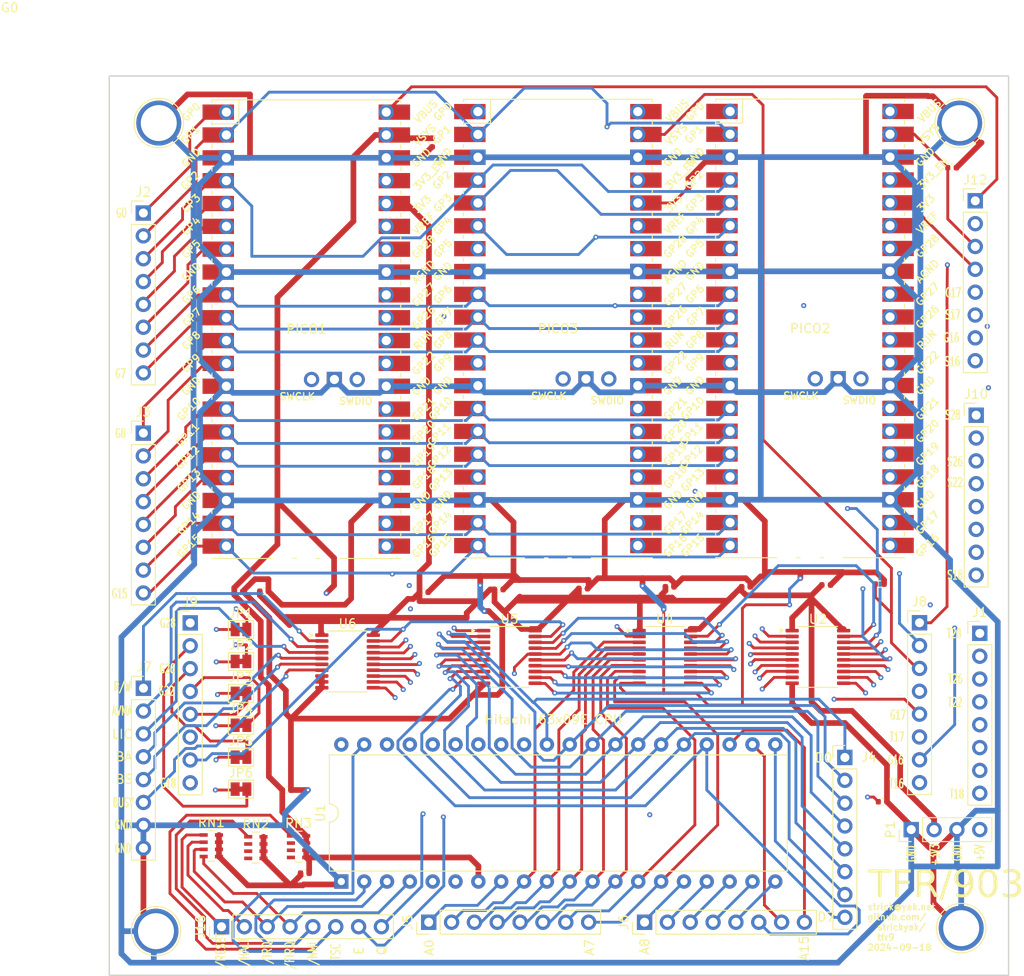
<source format=kicad_pcb>
(kicad_pcb (version 20221018) (generator pcbnew)
  (title_block (title "TFR/903") (date "2024-09-18") (rev "2024-09-18") (company "Henry Strickland     strick@yak.net"))
  (layers (0 "F.Cu" jumper) (1 "In1.Cu" signal) (2 "In2.Cu" signal) (31 "B.Cu" signal) (34 "B.Paste" user) (35 "F.Paste" user) (36 "B.SilkS" user "B.Silkscreen") (37 "F.SilkS" user "F.Silkscreen") (38 "B.Mask" user) (39 "F.Mask" user) (44 "Edge.Cuts" user))
  (net 0 "")
  (net 1 "+5V")
  (net 2 "GND")
  (net 3 "+3V3")
  (net 4 "/tVSYS")
  (net 5 "/t3V3")
  (net 6 "/sVSYS")
  (net 7 "/s3V3")
  (net 8 "/T28")
  (net 9 "/T27")
  (net 10 "/G0")
  (net 11 "/G1")
  (net 12 "/G2")
  (net 13 "/G3")
  (net 14 "/G4")
  (net 15 "/G5")
  (net 16 "/G6")
  (net 17 "/G7")
  (net 18 "/G8")
  (net 19 "/G9")
  (net 20 "/G10")
  (net 21 "/G11")
  (net 22 "/G12")
  (net 23 "/G13")
  (net 24 "/G14")
  (net 25 "/G15")
  (net 26 "/D0")
  (net 27 "/D1")
  (net 28 "/D2")
  (net 29 "/D3")
  (net 30 "/D4")
  (net 31 "/D5")
  (net 32 "/D6")
  (net 33 "/D7")
  (net 34 "/A0")
  (net 35 "/A1")
  (net 36 "/A2")
  (net 37 "/A3")
  (net 38 "/A4")
  (net 39 "/A5")
  (net 40 "/A6")
  (net 41 "/A7")
  (net 42 "/A8")
  (net 43 "/A9")
  (net 44 "/A10")
  (net 45 "/A11")
  (net 46 "/A12")
  (net 47 "/A13")
  (net 48 "/A14")
  (net 49 "/A15")
  (net 50 "/R{slash}W")
  (net 51 "/AVMA")
  (net 52 "/LIC")
  (net 53 "/BA")
  (net 54 "/BS")
  (net 55 "/BUSY")
  (net 56 "/G28")
  (net 57 "/G27")
  (net 58 "/G26")
  (net 59 "/G22")
  (net 60 "/G21")
  (net 61 "/G20")
  (net 62 "/G19")
  (net 63 "/G18")
  (net 64 "/T26")
  (net 65 "/T22")
  (net 66 "/T21")
  (net 67 "/T20")
  (net 68 "/T19")
  (net 69 "/T18")
  (net 70 "/gVBUS")
  (net 71 "/tVBUS")
  (net 72 "/T17")
  (net 73 "/T16")
  (net 74 "/G17")
  (net 75 "/G16")
  (net 76 "/S28")
  (net 77 "/S27")
  (net 78 "/{slash}RESET")
  (net 79 "/{slash}HALT")
  (net 80 "/{slash}IRQ")
  (net 81 "/{slash}FIRQ")
  (net 82 "/{slash}NMI")
  (net 83 "/TSC")
  (net 84 "/ECLK")
  (net 85 "/QCLK")
  (net 86 "/S26")
  (net 87 "/S22")
  (net 88 "/S21")
  (net 89 "/S20")
  (net 90 "/S19")
  (net 91 "/S18")
  (net 92 "/sVBUS")
  (net 93 "/S17")
  (net 94 "/S16")
  (footprint "Capacitor_SMD:C_0402_1005Metric" (layer "F.Cu") (at 114.4 61.92 90)
    (fp_text reference "C6" hide)
    (fp_text value "0.1uF")
  )
  (footprint "Capacitor_SMD:C_0402_1005Metric" (layer "F.Cu") (at 102.7 107)
    (fp_text reference "C9" hide)
    (fp_text value "0.1uF")
  )
  (footprint "Jumper:SolderJumper-2_P1.3mm_Bridged_Pad1.0x1.5mm" (layer "F.Cu") (at 64.65 122.2)
    (fp_text reference "JP4")
    (fp_text value "Jumper_2_Bridged")
  )
  (footprint "Resistor_SMD:R_Array_Concave_4x0603" (layer "F.Cu") (at 66.3 135.8)
    (fp_text reference "RN2")
    (fp_text value "R_Pack04")
  )
  (footprint "Capacitor_SMD:C_0402_1005Metric" (layer "F.Cu") (at 69.72 129.4)
    (fp_text reference "C1" hide)
    (fp_text value "0.1uF")
  )
  (footprint "aaa-pico:RPi_PicoW_SMD_TH" (layer "F.Cu") (at 99.885 78.09)
    (fp_text reference "PICO3")
    (fp_text value "Pico")
  )
  (footprint "Connector_PinHeader_2.54mm:PinHeader_1x08_P2.54mm_Vertical" (layer "F.Cu") (at 53.8 118.08)
    (fp_text reference "J7")
    (fp_text value "Conn_01x08")
  )
  (footprint "Connector_PinHeader_2.54mm:PinHeader_1x08_P2.54mm_Vertical" (layer "F.Cu") (at 140.1 110.8)
    (fp_text reference "J8")
    (fp_text value "Conn_01x08")
  )
  (footprint "Package_SO:TSSOP-20_4.4x6.5mm_P0.65mm" (layer "F.Cu") (at 76.5 115.1)
    (property "VALUE" "TRANSCEIVER-8BIT")
    (fp_text reference "U6")
    (fp_text value "SN74LVC245A")
  )
  (footprint "Connector_PinHeader_2.54mm:PinHeader_1x08_P2.54mm_Vertical" (layer "F.Cu") (at 62.485 144.6 90)
    (fp_text reference "J16")
    (fp_text value "Conn_01x08")
  )
  (footprint "TestPoint:TestPoint_Plated_Hole_D4.0mm" (layer "F.Cu") (at 55.1959 145.0959)
    (fp_text reference "H3" hide)
    (fp_text value "MountingHole_Pad")
  )
  (footprint "Jumper:SolderJumper-2_P1.3mm_Bridged_Pad1.0x1.5mm" (layer "F.Cu") (at 64.65 111.55)
    (fp_text reference "JP1")
    (fp_text value "Jumper_2_Bridged")
  )
  (footprint "Connector_PinHeader_2.54mm:PinHeader_1x08_P2.54mm_Vertical" (layer "F.Cu") (at 146.3 63.88)
    (fp_text reference "J12")
    (fp_text value "Conn_01x08")
  )
  (footprint "TestPoint:TestPoint_Plated_Hole_D4.0mm" (layer "F.Cu") (at 144.565 55.24)
    (fp_text reference "H2" hide)
    (fp_text value "MountingHole_Pad")
  )
  (footprint "Resistor_SMD:R_Array_Concave_4x0603" (layer "F.Cu") (at 71.05 135.7)
    (fp_text reference "RN3")
    (fp_text value "R_Pack04")
  )
  (footprint "Capacitor_SMD:C_0402_1005Metric" (layer "F.Cu") (at 136 130.7)
    (fp_text reference "C17" hide)
    (fp_text value "0.1uF")
  )
  (footprint "Connector_PinHeader_2.54mm:PinHeader_1x08_P2.54mm_Vertical" (layer "F.Cu") (at 53.79 65.24)
    (fp_text reference "J2")
    (fp_text value "Conn_01x08")
  )
  (footprint "Package_SO:TSSOP-20_4.4x6.5mm_P0.65mm" (layer "F.Cu") (at 94.5 114.6)
    (property "VALUE" "TRANSCEIVER-8BIT")
    (fp_text reference "U5")
    (fp_text value "SN74LVC245A")
  )
  (footprint "Package_SO:TSSOP-20_4.4x6.5mm_P0.65mm" (layer "F.Cu") (at 128.8 114.6)
    (property "VALUE" "TRANSCEIVER-8BIT")
    (fp_text reference "U2")
    (fp_text value "SN74LVC245A")
  )
  (footprint "Connector_PinHeader_2.54mm:PinHeader_1x08_P2.54mm_Vertical" (layer "F.Cu") (at 146.8 111.98)
    (fp_text reference "J1")
    (fp_text value "Conn_01x08")
  )
  (footprint "Connector_PinHeader_2.54mm:PinHeader_1x08_P2.54mm_Vertical" (layer "F.Cu") (at 131.8 125.78)
    (fp_text reference "J4")
    (fp_text value "Conn_01x08")
  )
  (footprint "Capacitor_SMD:C_0402_1005Metric" (layer "F.Cu") (at 84.98 107.4)
    (fp_text reference "C2" hide)
    (fp_text value "0.1uF")
  )
  (footprint "Resistor_SMD:R_Array_Concave_4x0603" (layer "F.Cu") (at 61.35 135.6)
    (fp_text reference "RN1")
    (fp_text value "R_Pack04")
  )
  (footprint "Connector_PinHeader_2.54mm:PinHeader_1x04_P2.54mm_Vertical" (layer "F.Cu") (at 139.18 133.8 90)
    (fp_text reference "P1")
    (fp_text value "Power Bus")
  )
  (footprint "Package_DIP:DIP-40_W15.24mm" (layer "F.Cu") (at 75.805 139.575 90)
    (fp_text reference "U1")
    (fp_text value "MC6809E")
  )
  (footprint "aaa-pico:RPi_PicoW_SMD_TH" (layer "F.Cu") (at 127.925 78.07)
    (fp_text reference "PICO2")
    (fp_text value "Pico")
  )
  (footprint "Connector_PinHeader_2.54mm:PinHeader_1x08_P2.54mm_Vertical" (layer "F.Cu") (at 109.525 144.1 90)
    (fp_text reference "J6")
    (fp_text value "Conn_01x08")
  )
  (footprint "Capacitor_SMD:C_0402_1005Metric" (layer "F.Cu") (at 129.72 106.6)
    (fp_text reference "C4" hide)
    (fp_text value "0.1uF")
  )
  (footprint "Jumper:SolderJumper-2_P1.3mm_Bridged_Pad1.0x1.5mm" (layer "F.Cu") (at 64.65 115.1)
    (fp_text reference "JP2")
    (fp_text value "Jumper_2_Bridged")
  )
  (footprint "Capacitor_SMD:C_0402_1005Metric" (layer "F.Cu") (at 67.22 107.3)
    (fp_text reference "C8" hide)
    (fp_text value "0.1uF")
  )
  (footprint "Capacitor_SMD:C_0402_1005Metric" (layer "F.Cu") (at 135.68 106.5)
    (fp_text reference "C3" hide)
    (fp_text value "0.1uF")
  )
  (footprint "Connector_PinHeader_2.54mm:PinHeader_1x08_P2.54mm_Vertical" (layer "F.Cu") (at 53.79 89.71)
    (fp_text reference "J3")
    (fp_text value "Conn_01x08")
  )
  (footprint "Capacitor_SMD:C_0402_1005Metric" (layer "F.Cu") (at 85.9 57.4 -90)
    (fp_text reference "C11" hide)
    (fp_text value "0.1uF")
  )
  (footprint "Connector_PinHeader_2.54mm:PinHeader_1x08_P2.54mm_Vertical" (layer "F.Cu") (at 85.525 144.1 90)
    (fp_text reference "J5")
    (fp_text value "Conn_01x08")
  )
  (footprint "Capacitor_SMD:C_0402_1005Metric" (layer "F.Cu") (at 120.8 106.8)
    (fp_text reference "C7" hide)
    (fp_text value "0.1uF")
  )
  (footprint "Capacitor_SMD:C_0402_1005Metric" (layer "F.Cu") (at 112.32 106.8)
    (fp_text reference "C5" hide)
    (fp_text value "0.1uF")
  )
  (footprint "Capacitor_SMD:C_0402_1005Metric" (layer "F.Cu") (at 143.72 60.2)
    (fp_text reference "C16" hide)
    (fp_text value "0.1uF")
  )
  (footprint "TestPoint:TestPoint_Plated_Hole_D4.0mm" (layer "F.Cu") (at 55.5059 55.2341)
    (fp_text reference "H1" hide)
    (fp_text value "MountingHole_Pad")
  )
  (footprint "TestPoint:TestPoint_Plated_Hole_D4.0mm" (layer "F.Cu") (at 144.735 144.76)
    (fp_text reference "H4" hide)
    (fp_text value "MountingHole_Pad")
  )
  (footprint "Jumper:SolderJumper-2_P1.3mm_Bridged_Pad1.0x1.5mm" (layer "F.Cu") (at 64.65 129.3)
    (fp_text reference "JP6")
    (fp_text value "Jumper_2_Bridged")
  )
  (footprint "Jumper:SolderJumper-2_P1.3mm_Bridged_Pad1.0x1.5mm" (layer "F.Cu") (at 64.65 118.65)
    (fp_text reference "JP3")
    (fp_text value "Jumper_2_Bridged")
  )
  (footprint "Capacitor_SMD:C_0402_1005Metric" (layer "F.Cu") (at 71.75 138.65 180)
    (fp_text reference "C12" hide)
    (fp_text value "0.1uF")
  )
  (footprint "Connector_PinHeader_2.54mm:PinHeader_1x08_P2.54mm_Vertical" (layer "F.Cu") (at 59 110.82)
    (fp_text reference "J9")
    (fp_text value "Conn_01x08")
  )
  (footprint "Capacitor_SMD:C_0402_1005Metric" (layer "F.Cu") (at 93.32 107.1)
    (fp_text reference "C10" hide)
    (fp_text value "0.1uF")
  )
  (footprint "aaa-pico:RPi_PicoW_SMD_TH" (layer "F.Cu") (at 71.91 78.15)
    (fp_text reference "PICO1")
    (fp_text value "Pico")
  )
  (footprint "Connector_PinHeader_2.54mm:PinHeader_1x08_P2.54mm_Vertical" (layer "F.Cu") (at 146.4 87.72)
    (fp_text reference "J10")
    (fp_text value "Conn_01x08")
  )
  (footprint "Package_SO:TSSOP-20_4.4x6.5mm_P0.65mm" (layer "F.Cu") (at 111.7875 114.6)
    (property "VALUE" "TRANSCEIVER-8BIT")
    (fp_text reference "U4")
    (fp_text value "SN74LVC245A")
  )
  (footprint "Jumper:SolderJumper-2_P1.3mm_Bridged_Pad1.0x1.5mm" (layer "F.Cu") (at 64.65 125.75)
    (fp_text reference "JP5")
    (fp_text value "Jumper_2_Bridged")
  )
  (gr_line (start 50 50) (end 150 50) (stroke (width 0.15)) (layer "Edge.Cuts"))
  (gr_line (start 150 150) (end 50 150) (stroke (width 0.15)) (layer "Edge.Cuts"))
  (gr_line (start 50 150) (end 50 50) (stroke (width 0.15)) (layer "Edge.Cuts"))
  (gr_line (start 150 50) (end 150 150) (stroke (width 0.15)) (layer "Edge.Cuts"))
  (gr_text "AVMA" (at 50.2 120.6) (layer "F.SilkS") (effects (font (size 1 0.6)) (justify left)))
  (gr_text "G7" (at 51.25 83.1) (layer "F.SilkS") (effects (font (size 1 0.6))))
  (gr_text "G17" (at 137.7 121.05) (layer "F.SilkS") (effects (font (size 1 0.6))))
  (gr_text "TFR/903" (at 134.4 141.8) (layer "F.SilkS") (effects (font (size 3 3)) (justify left bottom)))
  (gr_text "G26" (at 56.45 115.9) (layer "F.SilkS") (effects (font (size 1 0.6))))
  (gr_text "T16" (at 137.55 128.7) (layer "F.SilkS") (effects (font (size 1 0.6))))
  (gr_text "/NMI" (at 72.635 148.99 90) (layer "F.SilkS") (effects (font (size 1 0.7)) (justify left)))
  (gr_text "G0" (at 37.85 43) (layer "F.SilkS") (effects (font (size 1 1)) (justify left bottom)))
  (gr_text "/RESET" (at 62.405 149.27 90) (layer "F.SilkS") (effects (font (size 1 0.7)) (justify left)))
  (gr_text "G16" (at 137.45 126.05) (layer "F.SilkS") (effects (font (size 1 0.6))))
  (gr_text "G0" (at 51.35 65.25) (layer "F.SilkS") (effects (font (size 1 0.6))))
  (gr_text "T18" (at 144.25 129.85) (layer "F.SilkS") (effects (font (size 1 0.6))))
  (gr_text "Q" (at 80.315 147.87 90) (layer "F.SilkS") (effects (font (size 1 1)) (justify left)))
  (gr_text "S18" (at 144.05 105.5) (layer "F.SilkS") (effects (font (size 1 0.6))))
  (gr_text "G17" (at 143.85 74.1) (layer "F.SilkS") (effects (font (size 1 0.6))))
  (gr_text "/HALT" (at 64.985 149.08 90) (layer "F.SilkS") (effects (font (size 1 0.7)) (justify left)))
  (gr_text "BS" (at 50.6 128.2) (layer "F.SilkS") (effects (font (size 1 1)) (justify left)))
  (gr_text "GND" (at 139.2 137.5 90) (layer "F.SilkS") (effects (font (size 1 0.6)) (justify left)))
  (gr_text "A15" (at 127.265 148.47 90) (layer "F.SilkS") (effects (font (size 1 1)) (justify left)))
  (gr_text "/FIRQ" (at 70.085 149.45 90) (layer "F.SilkS") (effects (font (size 1 0.7)) (justify left)))
  (gr_text "/IRQ" (at 67.565 148.85 90) (layer "F.SilkS") (effects (font (size 1 0.7)) (justify left)))
  (gr_text "+5V" (at 146.8 137.4 90) (layer "F.SilkS") (effects (font (size 1 0.6)) (justify left)))
  (gr_text "G15" (at 51.15 107.55) (layer "F.SilkS") (effects (font (size 1 0.6))))
  (gr_text "G28" (at 56.5 110.85) (layer "F.SilkS") (effects (font (size 1 0.6))))
  (gr_text "A8" (at 109.555 147.81 90) (layer "F.SilkS") (effects (font (size 1 1)) (justify left)))
  (gr_text "S22" (at 144.05 95.2) (layer "F.SilkS") (effects (font (size 1 0.6))))
  (gr_text "T26" (at 144.1 117.05) (layer "F.SilkS") (effects (font (size 1 0.6))))
  (gr_text "S28" (at 143.8 87.7) (layer "F.SilkS") (effects (font (size 1 0.6))))
  (gr_text "S26" (at 144.05 92.9) (layer "F.SilkS") (effects (font (size 1 0.6))))
  (gr_text "A7" (at 103.385 147.9 90) (layer "F.SilkS") (effects (font (size 1 1)) (justify left)))
  (gr_text "E" (at 77.765 147.84 90) (layer "F.SilkS") (effects (font (size 1 1)) (justify left)))
  (gr_text "D0" (at 128.35 126.4) (layer "F.SilkS") (effects (font (size 1 1)) (justify left bottom)))
  (gr_text "TSC" (at 75.185 148.42 90) (layer "F.SilkS") (effects (font (size 1 0.7)) (justify left)))
  (gr_text "G8" (at 51.25 89.75) (layer "F.SilkS") (effects (font (size 1 0.6))))
  (gr_text "G16" (at 143.65 79.1) (layer "F.SilkS") (effects (font (size 1 0.6))))
  (gr_text "D7" (at 128.635 144.1) (layer "F.SilkS") (effects (font (size 1 1)) (justify left bottom)))
  (gr_text "A0" (at 85.585 147.93 90) (layer "F.SilkS") (effects (font (size 1 1)) (justify left)))
  (gr_text "GND" (at 144.3 137.4 90) (layer "F.SilkS") (effects (font (size 1 0.6)) (justify left)))
  (gr_text "G22" (at 56.35 118.4) (layer "F.SilkS") (effects (font (size 1 0.6))))
  (gr_text "T22" (at 144.05 119.65) (layer "F.SilkS") (effects (font (size 1 0.6))))
  (gr_text "R/W" (at 50.4 117.9) (layer "F.SilkS") (effects (font (size 1 0.6)) (justify left)))
  (gr_text "G18" (at 56.55 128.65) (layer "F.SilkS") (effects (font (size 1 0.6))))
  (gr_text "GND" (at 50.5 133.3) (layer "F.SilkS") (effects (font (size 1 0.6)) (justify left)))
  (gr_text "S17" (at 143.8 76.55) (layer "F.SilkS") (effects (font (size 1 0.6))))
  (gr_text "GND" (at 50.5 135.9) (layer "F.SilkS") (effects (font (size 1 0.6)) (justify left)))
  (gr_text "BA" (at 50.6 125.7) (layer "F.SilkS") (effects (font (size 1 1)) (justify left)))
  (gr_text "T28" (at 143.95 112) (layer "F.SilkS") (effects (font (size 1 0.6))))
  (gr_text "S16" (at 143.75 81.75) (layer "F.SilkS") (effects (font (size 1 0.6))))
  (gr_text "Hitachi 63x09E CPU" (at 91.6 122.15) (layer "F.SilkS") (effects (font (size 1 1)) (justify left bottom)))
  (gr_text "LIC" (at 50.2 123.2) (layer "F.SilkS") (effects (font (size 1 1)) (justify left)))
  (gr_text "+3V3" (at 141.8 137.9 90) (layer "F.SilkS") (effects (font (size 1 0.6)) (justify left)))
  (gr_text "T17" (at 137.6 123.5) (layer "F.SilkS") (effects (font (size 1 0.6))))
  (gr_text "BUSY" (at 50.3 130.8) (layer "F.SilkS") (effects (font (size 1 0.6)) (justify left)))
  (gr_text "strick@yak.net\ngithub.com/\n  strickyak/\n  tfr9\n2024-09-18" (at 134.25 144.65) (layer "F.SilkS") (effects (font (size 0.7 0.7) (thickness 0.14) bold) (justify left)))
  (segment (start 71.9 135.3) (end 71.9 134.5) (width 0.635) (layer "F.Cu") (net 1))
  (segment (start 67.7475 127.908) (end 69.24 129.4) (width 0.635) (layer "F.Cu") (net 1))
  (segment (start 67.7475 117.774898) (end 67.7475 127.908) (width 0.635) (layer "F.Cu") (net 1))
  (segment (start 75 103.6) (end 75 106.65) (width 0.635) (layer "F.Cu") (net 1))
  (segment (start 69.24 129.4) (end 69.24 131.84) (width 0.635) (layer "F.Cu") (net 1))
  (segment (start 69.24 131.84) (end 71.9 134.5) (width 0.635) (layer "F.Cu") (net 1))
  (segment (start 91.045 139.575) (end 91.045 137.845) (width 0.635) (layer "F.Cu") (net 1))
  (segment (start 63.8975 107.695) (end 66.8475 110.645) (width 0.635) (layer "F.Cu") (net 1))
  (segment (start 90.1 136.9) (end 71.9 136.9) (width 0.635) (layer "F.Cu") (net 1))
  (segment (start 71.9 136.1) (end 71.9 135.3) (width 0.635) (layer "F.Cu") (net 1))
  (segment (start 72.23 138.65) (end 72.23 137.23) (width 0.635) (layer "F.Cu") (net 1))
  (segment (start 66.8475 116.874898) (end 67.7475 117.774898) (width 0.635) (layer "F.Cu") (net 1))
  (segment (start 68.7 97.3) (end 75 103.6) (width 0.635) (layer "F.Cu") (net 1))
  (segment (start 72.23 137.23) (end 71.9 136.9) (width 0.635) (layer "F.Cu") (net 1))
  (segment (start 85.9 56.92) (end 81.16 56.92) (width 0.635) (layer "F.Cu") (net 1))
  (segment (start 79.5979 56.56) (end 77.15 59.0079) (width 0.635) (layer "F.Cu") (net 1))
  (segment (start 63.8975 106.905) (end 63.8975 107.695) (width 0.635) (layer "F.Cu") (net 1))
  (segment (start 75 106.65) (end 74.15 107.5) (width 0.635) (layer "F.Cu") (net 1))
  (segment (start 68.7 97.3) (end 68.7 102.103) (width 0.635) (layer "F.Cu") (net 1))
  (segment (start 68.7 102.103) (end 63.8975 106.905) (width 0.635) (layer "F.Cu") (net 1))
  (segment (start 81.16 56.92) (end 80.8 56.56) (width 0.635) (layer "F.Cu") (net 1))
  (segment (start 66.8475 110.645) (end 66.8475 116.874898) (width 0.635) (layer "F.Cu") (net 1))
  (segment (start 91.045 137.845) (end 90.1 136.9) (width 0.635) (layer "F.Cu") (net 1))
  (segment (start 68.7 74.6) (end 68.7 97.3) (width 0.635) (layer "F.Cu") (net 1))
  (segment (start 71.9 136.9) (end 71.9 136.1) (width 0.635) (layer "F.Cu") (net 1))
  (segment (start 80.8 56.56) (end 79.5979 56.56) (width 0.635) (layer "F.Cu") (net 1))
  (segment (start 77.15 66.15) (end 68.7 74.6) (width 0.635) (layer "F.Cu") (net 1))
  (segment (start 77.15 59.0079) (end 77.15 66.15) (width 0.635) (layer "F.Cu") (net 1))
  (via (at 74.15 107.5) (size 0.5588) (drill 0.254) (layers "F.Cu" "B.Cu") (net 1))
  (segment (start 103.18 107) (end 104.332 105.848) (width 0.635) (layer "F.Cu") (net 2))
  (segment (start 120.4 109.2) (end 120.8 108.8) (width 0.3176) (layer "F.Cu") (net 2))
  (segment (start 120.4 119.95) (end 125.75 119.95) (width 0.3176) (layer "F.Cu") (net 2))
  (segment (start 116.6 119.95) (end 120.4 119.95) (width 0.3176) (layer "F.Cu") (net 2))
  (segment (start 67.7 107.3) (end 67.7 105.95) (width 0.635) (layer "F.Cu") (net 2))
  (segment (start 115.75 60.09) (end 114.4 61.44) (width 0.635) (layer "F.Cu") (net 2))
  (segment (start 67.8 116.480359) (end 69.6375 118.317859) (width 0.635) (layer "F.Cu") (net 2))
  (segment (start 120.4 119.95) (end 120.4057 119.9443) (width 0.3176) (layer "F.Cu") (net 2))
  (segment (start 73.6125 117.35) (end 73.6375 117.375) (width 0.635) (layer "F.Cu") (net 2))
  (segment (start 120.4057 109.2057) (end 120.4 109.2) (width 0.3176) (layer "F.Cu") (net 2))
  (segment (start 107.29 97.14) (end 105.1 99.33) (width 0.635) (layer "F.Cu") (net 2))
  (segment (start 66.2 105.95) (end 64.85 107.3) (width 0.635) (layer "F.Cu") (net 2))
  (segment (start 103.298 106.048) (end 103.3 106.05) (width 0.635) (layer "F.Cu") (net 2))
  (segment (start 112.8 106.35) (end 112.8 106.8) (width 0.635) (layer "F.Cu") (net 2))
  (segment (start 71.27 138.65) (end 71.27 138.88) (width 0.635) (layer "F.Cu") (net 2))
  (segment (start 125.75 119.95) (end 125.9375 119.7625) (width 0.3176) (layer "F.Cu") (net 2))
  (segment (start 65.4 140) (end 70.15 140) (width 0.635) (layer "F.Cu") (net 2))
  (segment (start 136.815 59.02) (end 134.27 59.02) (width 0.635) (layer "F.Cu") (net 2))
  (segment (start 111.65 118.65) (end 111.65 109.3025) (width 0.3176) (layer "F.Cu") (net 2))
  (segment (start 109.044 117.525) (end 108.925 117.525) (width 0.3176) (layer "F.Cu") (net 2))
  (segment (start 53.8 143.7) (end 55.1959 145.0959) (width 0.635) (layer "F.Cu") (net 2))
  (segment (start 93.8 107.1) (end 94.5767 106.3237) (width 0.635) (layer "F.Cu") (net 2))
  (segment (start 94.95 105.398) (end 95.6 106.048) (width 0.635) (layer "F.Cu") (net 2))
  (segment (start 122.9 105.648) (end 123.398 105.15) (width 0.635) (layer "F.Cu") (net 2))
  (segment (start 87.8375 121.462) (end 90.474926 118.824926) (width 0.635) (layer "F.Cu") (net 2))
  (segment (start 122.9 99.5) (end 122.9 105.648) (width 0.635) (layer "F.Cu") (net 2))
  (segment (start 106.881 117.525) (end 106.85 117.556) (width 0.3176) (layer "F.Cu") (net 2))
  (segment (start 108.925 117.525) (end 106.881 117.525) (width 0.3176) (layer "F.Cu") (net 2))
  (segment (start 63.02 59.1) (end 65.5 59.1) (width 0.635) (layer "F.Cu") (net 2))
  (segment (start 67.15 137) (end 67.15 136.2) (width 0.635) (layer "F.Cu") (net 2))
  (segment (start 70.15 140) (end 71.525 140) (width 0.635) (layer "F.Cu") (net 2))
  (segment (start 141.65 141.95) (end 144.46 144.76) (width 0.635) (layer "F.Cu") (net 2))
  (segment (start 70.2 129.4) (end 70.2 121.462) (width 0.635) (layer "F.Cu") (net 2))
  (segment (start 90.474926 118.824926) (end 91.59 117.71) (width 0.635) (layer "F.Cu") (net 2))
  (segment (start 141.65 135.8) (end 142.26 135.8) (width 0.635) (layer "F.Cu") (net 2))
  (segment (start 67.15 135.4) (end 67.15 134.6) (width 0.635) (layer "F.Cu") (net 2))
  (segment (start 73.6562 117.35) (end 73.6125 117.35) (width 0.3176) (layer "F.Cu") (net 2))
  (segment (start 64.85 107.3) (end 67.8 110.25) (width 0.635) (layer "F.Cu") (net 2))
  (segment (start 94.8525 106.048) (end 95.6 106.048) (width 0.635) (layer "F.Cu") (net 2))
  (segment (start 134.2 52.2) (end 141 52.2) (width 0.635) (layer "F.Cu") (net 2))
  (segment (start 94.95 99.61) (end 94.95 105.398) (width 0.635) (layer "F.Cu") (net 2))
  (segment (start 85.9 57.88) (end 84.68 59.1) (width 0.635) (layer "F.Cu") (net 2))
  (segment (start 62.2 135.2) (end 62.2 136) (width 0.635) (layer "F.Cu") (net 2))
  (segment (start 144.2 60.2) (end 146.99 57.41) (width 0.635) (layer "F.Cu") (net 2))
  (segment (start 136.16 106.05) (end 136.16 106.5) (width 0.635) (layer "F.Cu") (net 2))
  (segment (start 120.52 97.12) (end 122.9 99.5) (width 0.635) (layer "F.Cu") (net 2))
  (segment (start 73.7 118.025) (end 73.6375 118.025) (width 0.3176) (layer "F.Cu") (net 2))
  (segment (start 76.2 108.8) (end 76.9 108.1) (width 0.635) (layer "F.Cu") (net 2))
  (segment (start 90.995 97.14) (end 92.48 97.14) (width 0.635) (layer "F.Cu") (net 2))
  (segment (start 71.525 140) (end 71.625 139.9) (width 0.635) (layer "F.Cu") (net 2))
  (segment (start 135.31 105.2) (end 136.16 106.05) (width 0.635) (layer "F.Cu") (net 2))
  (segment (start 93.175074 118.824926) (end 93.2 118.8) (width 0.635) (layer "F.Cu") (net 2))
  (segment (start 69.6375 118.317859) (end 69.6375 120.9) (width 0.635) (layer "F.Cu") (net 2))
  (segment (start 85.46 107.4) (end 87.26 105.6) (width 0.635) (layer "F.Cu") (net 2))
  (segment (start 95.6 106.048) (end 103.298 106.048) (width 0.635) (layer "F.Cu") (net 2))
  (segment (start 105.1 105.848) (end 109.3 105.848) (width 0.635) (layer "F.Cu") (net 2))
  (segment (start 91.59 117.71) (end 91.6375 117.71) (width 0.635) (layer "F.Cu") (net 2))
  (segment (start 67.15 136.2) (end 67.15 135.4) (width 0.635) (layer "F.Cu") (net 2))
  (segment (start 134.15 52.25) (end 134.2 52.2) (width 0.635) (layer "F.Cu") (net 2))
  (segment (start 95.1 105.6) (end 95.1 105.8004) (width 0.635) (layer "F.Cu") (net 2))
  (segment (start 67.7 105.95) (end 66.2 105.95) (width 0.635) (layer "F.Cu") (net 2))
  (segment (start 134.15 58.9) (end 134.15 52.25) (width 0.635) (layer "F.Cu") (net 2))
  (segment (start 115.75 60.075) (end 115.75 60.09) (width 0.635) (layer "F.Cu") (net 2))
  (segment (start 65.65 52.05) (end 58.69 52.05) (width 0.635) (layer "F.Cu") (net 2))
  (segment (start 93.2 118.8) (end 93.7 118.3) (width 0.635) (layer "F.Cu") (net 2))
  (segment (start 136.48 130.7) (end 136.48 126.63) (width 0.635) (layer "F.Cu") (net 2))
  (segment (start 120.777 105.848) (end 121.28 106.35) (width 0.635) (layer "F.Cu") (net 2))
  (segment (start 70.2 129.4) (end 72.1 129.4) (width 0.635) (layer "F.Cu") (net 2))
  (segment (start 69.2 108.8) (end 76.2 108.8) (width 0.635) (layer "F.Cu") (net 2))
  (segment (start 67.8 110.25) (end 67.8 116.480359) (width 0.635) (layer "F.Cu") (net 2))
  (segment (start 126.85 105.15) (end 126.85 105.85) (width 0.635) (layer "F.Cu") (net 2))
  (segment (start 139.18 133.8) (end 139.18 133.4) (width 0.635) (layer "F.Cu") (net 2))
  (segment (start 107.45 118.65) (end 111.65 118.65) (width 0.3176) (layer "F.Cu") (net 2))
  (segment (start 131.8 121.95) (end 128.1 121.95) (width 0.635) (layer "F.Cu") (net 2))
  (segment (start 106.85 118.05) (end 107.45 118.65) (width 0.3176) (layer "F.Cu") (net 2))
  (segment (start 125.9375 119.7875) (end 125.9375 119.7625) (width 0.635) (layer "F.Cu") (net 2))
  (segment (start 73.6375 118.025) (end 73.6375 117.375) (width 0.635) (layer "F.Cu") (net 2))
  (segment (start 84.68 59.1) (end 80.8 59.1) (width 0.635) (layer "F.Cu") (net 2))
  (segment (start 90.474926 118.824926) (end 93.175074 118.824926) (width 0.635) (layer "F.Cu") (net 2))
  (segment (start 146.735 57.41) (end 144.565 55.24) (width 0.635) (layer "F.Cu") (net 2))
  (segment (start 106.85 117.556) (end 106.85 118.05) (width 0.3176) (layer "F.Cu") (net 2))
  (segment (start 144.46 144.76) (end 144.735 144.76) (width 0.635) (layer "F.Cu") (net 2))
  (segment (start 91.25 105.6) (end 91.25 106.65) (width 0.635) (layer "F.Cu") (net 2))
  (segment (start 75.805 139.575) (end 75.48 139.9) (width 0.635) (layer "F.Cu") (net 2))
  (segment (start 125.65 108.8) (end 125.7 108.8) (width 0.3176) (layer "F.Cu") (net 2))
  (segment (start 112.8 106.8) (end 113.752 105.848) (width 0.635) (layer "F.Cu") (net 2))
  (segment (start 139.18 133.4) (end 136.48 130.7) (width 0.635) (layer "F.Cu") (net 2))
  (segment (start 123.398 105.15) (end 126.85 105.15) (width 0.635) (layer "F.Cu") (net 2))
  (segment (start 141.18 135.8) (end 141.65 135.8) (width 0.635) (layer "F.Cu") (net 2))
  (segment (start 69.6375 120.9) (end 70.2 121.462) (width 0.635) (layer "F.Cu") (net 2))
  (segment (start 122.432 105.648) (end 122.9 105.648) (width 0.635) (layer "F.Cu") (net 2))
  (segment (start 141 52.2) (end 141.05 52.25) (width 0.635) (layer "F.Cu") (net 2))
  (segment (start 91.25 105.6) (end 95.1 105.6) (width 0.635) (layer "F.Cu") (net 2))
  (segment (start 113.752 105.848) (end 120.777 105.848) (width 0.635) (layer "F.Cu") (net 2))
  (segment (start 136.48 126.63) (end 131.8 121.95) (width 0.635) (layer "F.Cu") (net 2))
  (segment (start 67.7 107.3) (end 69.2 108.8) (width 0.635) (layer "F.Cu") (net 2))
  (segment (start 141.05 52.25) (end 141.575 52.25) (width 0.635) (layer "F.Cu") (net 2))
  (segment (start 142.26 135.8) (end 144.26 133.8) (width 0.635) (layer "F.Cu") (net 2))
  (segment (start 121.28 106.35) (end 121.28 106.8) (width 0.635) (layer "F.Cu") (net 2))
  (segment (start 103.3 106.88) (end 103.18 107) (width 0.635) (layer "F.Cu") (net 2))
  (segment (start 71.27 138.88) (end 70.15 140) (width 0.635) (layer "F.Cu") (net 2))
  (segment (start 115.3 118.65) (end 116.6 119.95) (width 0.3176) (layer "F.Cu") (net 2))
  (segment (start 93.7 118.3) (end 93.7 111) (width 0.635) (layer "F.Cu") (net 2))
  (segment (start 141.65 135.8) (end 141.65 141.95) (width 0.635) (layer "F.Cu") (net 2))
  (segment (start 53.8 135.86) (end 53.8 143.7) (width 0.635) (layer "F.Cu") (net 2))
  (segment (start 131.55 105.15) (end 131.6 105.2) (width 0.635) (layer "F.Cu") (net 2))
  (segment (start 75.48 139.9) (end 71.625 139.9) (width 0.635) (layer "F.Cu") (net 2))
  (segment (start 134.27 59.02) (end 134.15 58.9) (width 0.635) (layer "F.Cu") (net 2))
  (segment (start 126.85 105.15) (end 131.55 105.15) (width 0.635) (layer "F.Cu") (net 2))
  (segment (start 95.1 105.8004) (end 94.5767 106.3237) (width 0.635) (layer "F.Cu") (net 2))
  (segment (start 120.4057 119.9443) (end 120.4057 109.2057) (width 0.3176) (layer "F.Cu") (net 2))
  (segment (start 58.69 52.05) (end 55.5059 55.2341) (width 0.635) (layer "F.Cu") (net 2))
  (segment (start 70.2 121.462) (end 87.8375 121.462) (width 0.635) (layer "F.Cu") (net 2))
  (segment (start 76.9 99.615) (end 79.315 97.2) (width 0.635) (layer "F.Cu") (net 2))
  (segment (start 93.7 111) (end 92.2 109.5) (width 0.635) (layer "F.Cu") (net 2))
  (segment (start 92.48 97.14) (end 94.95 99.61) (width 0.635) (layer "F.Cu") (net 2))
  (segment (start 112.297 105.848) (end 112.8 106.35) (width 0.635) (layer "F.Cu") (net 2))
  (segment (start 87.26 105.6) (end 91.25 105.6) (width 0.635) (layer "F.Cu") (net 2))
  (segment (start 92.2 109.5) (end 91.7 109.5) (width 0.635) (layer "F.Cu") (net 2))
  (segment (start 120.8 108.8) (end 125.65 108.8) (width 0.3176) (layer "F.Cu") (net 2))
  (segment (start 105.1 99.33) (end 105.1 105.848) (width 0.635) (layer "F.Cu") (net 2))
  (segment (start 111.65 118.65) (end 115.3 118.65) (width 0.3176) (layer "F.Cu") (net 2))
  (segment (start 104.332 105.848) (end 105.1 105.848) (width 0.635) (layer "F.Cu") (net 2))
  (segment (start 65.65 58.95) (end 65.65 52.05) (width 0.635) (layer "F.Cu") (net 2))
  (segment (start 121.28 106.8) (end 122.432 105.648) (width 0.635) (layer "F.Cu") (net 2))
  (segment (start 109.3 105.848) (end 109.3 106.7) (width 0.635) (layer "F.Cu") (net 2))
  (segment (start 130.2 106.6) (end 131.6 105.2) (width 0.635) (layer "F.Cu") (net 2))
  (segment (start 139.18 133.8) (end 141.18 135.8) (width 0.635) (layer "F.Cu") (net 2))
  (segment (start 73.6375 117.375) (end 73.6375 116.91) (width 0.635) (layer "F.Cu") (net 2))
  (segment (start 79.315 97.2) (end 80.8 97.2) (width 0.635) (layer "F.Cu") (net 2))
  (segment (start 131.6 105.2) (end 135.31 105.2) (width 0.635) (layer "F.Cu") (net 2))
  (segment (start 62.2 136.8) (end 65.4 140) (width 0.635) (layer "F.Cu") (net 2))
  (segment (start 146.99 57.41) (end 146.735 57.41) (width 0.635) (layer "F.Cu") (net 2))
  (segment (start 119.035 59.02) (end 116.805 59.02) (width 0.635) (layer "F.Cu") (net 2))
  (segment (start 62.2 134.4) (end 62.2 135.2) (width 0.635) (layer "F.Cu") (net 2))
  (segment (start 103.3 106.05) (end 103.3 106.88) (width 0.635) (layer "F.Cu") (net 2))
  (segment (start 62.2 136) (end 62.2 136.8) (width 0.635) (layer "F.Cu") (net 2))
  (segment (start 94.5767 106.3237) (end 94.8525 106.048) (width 0.635) (layer "F.Cu") (net 2))
  (segment (start 128.1 121.95) (end 125.9375 119.7875) (width 0.635) (layer "F.Cu") (net 2))
  (segment (start 125.9375 119.7625) (end 125.9375 117.71) (width 0.635) (layer "F.Cu") (net 2))
  (segment (start 119.035 97.12) (end 120.52 97.12) (width 0.635) (layer "F.Cu") (net 2))
  (segment (start 91.7 109.5) (end 91.85 109.5) (width 0.635) (layer "F.Cu") (net 2))
  (segment (start 70.15 140) (end 67.15 137) (width 0.635) (layer "F.Cu") (net 2))
  (segment (start 108.775 97.14) (end 107.29 97.14) (width 0.635) (layer "F.Cu") (net 2))
  (segment (start 65.5 59.1) (end 65.65 58.95) (width 0.635) (layer "F.Cu") (net 2))
  (segment (start 76.9 99.615) (end 76.9 108.1) (width 0.635) (layer "F.Cu") (net 2))
  (segment (start 141.575 52.25) (end 144.565 55.24) (width 0.635) (layer "F.Cu") (net 2))
  (segment (start 109.3 105.848) (end 112.297 105.848) (width 0.635) (layer "F.Cu") (net 2))
  (segment (start 70.2 121.462) (end 73.6375 118.025) (width 0.635) (layer "F.Cu") (net 2))
  (segment (start 116.805 59.02) (end 115.75 60.075) (width 0.635) (layer "F.Cu") (net 2))
  (via (at 72.1 129.4) (size 0.5588) (drill 0.254) (layers "F.Cu" "B.Cu") (net 2))
  (via (at 125.65 108.8) (size 0.5588) (drill 0.254) (layers "F.Cu" "B.Cu") (net 2))
  (via (at 109.3 106.7) (size 0.5588) (drill 0.254) (layers "F.Cu" "B.Cu") (net 2))
  (via (at 111.65 109.3025) (size 0.5588) (drill 0.254) (layers "F.Cu" "B.Cu") (net 2))
  (via (at 91.25 106.65) (size 0.5588) (drill 0.254) (layers "F.Cu" "B.Cu") (net 2))
  (via (at 126.85 105.85) (size 0.5588) (drill 0.254) (layers "F.Cu" "B.Cu") (net 2))
  (via (at 91.7 109.5) (size 0.5588) (drill 0.254) (layers "F.Cu" "B.Cu") (net 2))
  (segment (start 144.25 137.9) (end 144.26 137.89) (width 0.635) (layer "B.Cu") (net 2))
  (segment (start 60.05 74.77) (end 60.05 81.53) (width 0.635) (layer "B.Cu") (net 2))
  (segment (start 51.7285 133.32) (end 53.8 133.32) (width 0.635) (layer "B.Cu") (net 2))
  (segment (start 63.02 84.5) (end 63.755 85.235) (width 0.635) (layer "B.Cu") (net 2))
  (segment (start 59.3718 103.6718) (end 59.45 103.75) (width 0.635) (layer "B.Cu") (net 2))
  (segment (start 139.85 81.385) (end 136.815 84.42) (width 0.635) (layer "B.Cu") (net 2))
  (segment (start 131.049 83.67) (end 131.0491 83.6701) (width 0.635) (layer "B.Cu") (net 2))
  (segment (start 144.26 137.89) (end 144.735 138.365) (width 0.635) (layer "B.Cu") (net 2))
  (segment (start 52.35 148.6) (end 54.95 148.6) (width 0.635) (layer "B.Cu") (net 2))
  (segment (start 111.65 109.05) (end 111.65 109.3025) (width 0.635) (layer "B.Cu") (net 2))
  (segment (start 129.564 85.155) (end 131.049 83.67) (width 0.635) (layer "B.Cu") (net 2))
  (segment (start 122.25 97.12) (end 136.815 97.12) (width 0.635) (layer "B.Cu") (net 2))
  (segment (start 51.35 147.6) (end 52.35 148.6) (width 0.635) (layer "B.Cu") (net 2))
  (segment (start 136.815 59.02) (end 139.6 61.805) (width 0.635) (layer "B.Cu") (net 2))
  (segment (start 140.2 59.02) (end 140.2 99.95) (width 0.635) (layer "B.Cu") (net 2))
  (segment (start 140.2 59.02) (end 140.785 59.02) (width 0.635) (layer "B.Cu") (net 2))
  (segment (start 60 62.12) (end 60 68.78) (width 0.635) (layer "B.Cu") (net 2))
  (segment (start 125.65 108.8) (end 125.65 107.05) (width 0.3176) (layer "B.Cu") (net 2))
  (segment (start 119.015 71.74) (end 119.035 71.72) (width 0.635) (layer "B.Cu") (net 2))
  (segment (start 119.015 84.44) (end 119.035 84.42) (width 0.635) (layer "B.Cu") (net 2))
  (segment (start 148.8 131.7) (end 146.36 131.7) (width 0.635) (layer "B.Cu") (net 2))
  (segment (start 54.95 145.3418) (end 55.1959 145.0959) (width 0.635) (layer "B.Cu") (net 2))
  (segment (start 136.815 97.12) (end 139.9225 100.2275) (width 0.635) (layer "B.Cu") (net 2))
  (segment (start 148.8 131.7) (end 148.8 137.9) (width 0.635) (layer "B.Cu") (net 2))
  (segment (start 90.995 71.74) (end 108.775 71.74) (width 0.635) (layer "B.Cu") (net 2))
  (segment (start 119.015 97.14) (end 119.035 97.12) (width 0.635) (layer "B.Cu") (net 2))
  (segment (start 122.45 59.02) (end 136.815 59.02) (width 0.635) (layer "B.Cu") (net 2))
  (segment (start 59.45 103.75) (end 59.45 104.3) (width 0.635) (layer "B.Cu") (net 2))
  (segment (start 63.02 59.1) (end 80.8 59.1) (width 0.635) (layer "B.Cu") (net 2))
  (segment (start 90.935 59.1) (end 90.995 59.04) (width 0.635) (layer "B.Cu") (net 2))
  (segment (start 80.8 97.2) (end 90.935 97.2) (width 0.635) (layer "B.Cu") (net 2))
  (segment (start 119.035 71.72) (end 136.815 71.72) (width 0.635) (layer "B.Cu") (net 2))
  (segment (start 136.815 84.42) (end 139.8 87.405) (width 0.635) (layer "B.Cu") (net 2))
  (segment (start 51.35 133.6985) (end 51.35 144.85) (width 0.635) (layer "B.Cu") (net 2))
  (segment (start 136.08 85.155) (end 136.815 84.42) (width 0.635) (layer "B.Cu") (net 2))
  (segment (start 75.0341 83.75) (end 76.5191 85.235) (width 0.635) (layer "B.Cu") (net 2))
  (segment (start 80.8 71.8) (end 90.935 71.8) (width 0.635) (layer "B.Cu") (net 2))
  (segment (start 104.494 85.175) (end 108.04 85.175) (width 0.635) (layer "B.Cu") (net 2))
  (segment (start 119.035 97.12) (end 122.25 97.12) (width 0.635) (layer "B.Cu") (net 2))
  (segment (start 139.9225 100.2275) (end 143.5 103.805) (width 0.635) (layer "B.Cu") (net 2))
  (segment (start 143.5 105.4) (end 148.8 110.7) (width 0.635) (layer "B.Cu") (net 2))
  (segment (start 60.05 81.53) (end 63.02 84.5) (width 0.635) (layer "B.Cu") (net 2))
  (segment (start 108.775 59.04) (end 119.015 59.04) (width 0.635) (layer "B.Cu") (net 2))
  (segment (start 103.0091 83.6901) (end 103.0091 83.69) (width 0.635) (layer "B.Cu") (net 2))
  (segment (start 59.3718 59.1) (end 55.5059 55.2341) (width 0.635) (layer "B.Cu") (net 2))
  (segment (start 63.02 71.8) (end 60.05 74.77) (width 0.635) (layer "B.Cu") (net 2))
  (segment (start 63.755 85.235) (end 73.5491 85.235) (width 0.635) (layer "B.Cu") (net 2))
  (segment (start 139.6 61.805) (end 139.6 68.935) (width 0.635) (layer "B.Cu") (net 2))
  (segment (start 103.009 83.69) (end 103.0091 83.6901) (width 0.635) (layer "B.Cu") (net 2))
  (segment (start 69.55 133.32) (end 75.805 139.575) (width 0.635) (layer "B.Cu") (net 2))
  (segment (start 131.023 148.6) (end 139.18 140.443) (width 0.635) (layer "B.Cu") (net 2))
  (segment (start 76.5191 85.235) (end 80.065 85.235) (width 0.635) (layer "B.Cu") (net 2))
  (segment (start 54.95 148.6) (end 131.023 148.6) (width 0.635) (layer "B.Cu") (net 2))
  (segment (start 108.775 97.14) (end 119.015 97.14) (width 0.635) (layer "B.Cu") (net 2))
  (segment (start 122.45 59.02) (end 122.45 96.92) (width 0.635) (layer "B.Cu") (net 2))
  (segment (start 90.935 71.8) (end 90.995 71.74) (width 0.635) (layer "B.Cu") (net 2))
  (segment (start 119.015 59.04) (end 119.035 59.02) (width 0.635) (layer "B.Cu") (net 2))
  (segment (start 53.8 133.32) (end 69.55 133.32) (width 0.635) (layer "B.Cu") (net 2))
  (segment (start 80.8 59.1) (end 90.935 59.1) (width 0.635) (layer "B.Cu") (net 2))
  (segment (start 91.25 106.65) (end 91.25 109.05) (width 0.635) (layer "B.Cu") (net 2))
  (segment (start 136.815 71.72) (end 139.85 74.755) (width 0.635) (layer "B.Cu") (net 2))
  (segment (start 80.065 85.235) (end 80.8 84.5) (width 0.635) (layer "B.Cu") (net 2))
  (segment (start 59.45 100.77) (end 59.45 103.75) (width 0.635) (layer "B.Cu") (net 2))
  (segment (start 139.8 94.135) (end 136.815 97.12) (width 0.635) (layer "B.Cu") (net 2))
  (segment (start 139.18 137.9) (end 139.18 133.8) (width 0.635) (layer "B.Cu") (net 2))
  (segment (start 139.6 68.935) (end 136.815 71.72) (width 0.635) (layer "B.Cu") (net 2))
  (segment (start 51.35 133.6985) (end 51.7285 133.32) (width 0.635) (layer "B.Cu") (net 2))
  (segment (start 139.85 74.755) (end 139.85 81.385) (width 0.635) (layer "B.Cu") (net 2))
  (segment (start 63.02 59.1) (end 59.3718 59.1) (width 0.635) (layer "B.Cu") (net 2))
  (segment (start 131.0491 83.6701) (end 131.0491 83.67) (width 0.635) (layer "B.Cu") (net 2))
  (segment (start 140.785 59.02) (end 144.565 55.24) (width 0.635) (layer "B.Cu") (net 2))
  (segment (start 109.3 106.7) (end 111.65 109.05) (width 0.635) (layer "B.Cu") (net 2))
  (segment (start 73.5491 85.235) (end 75.0341 83.75) (width 0.635) (layer "B.Cu") (net 2))
  (segment (start 108.775 71.74) (end 119.015 71.74) (width 0.635) (layer "B.Cu") (net 2))
  (segment (start 139.18 140.443) (end 139.18 137.9) (width 0.635) (layer "B.Cu") (net 2))
  (segment (start 63.02 84.5) (end 60.1 87.42) (width 0.635) (layer "B.Cu") (net 2))
  (segment (start 146.36 131.7) (end 144.26 133.8) (width 0.635) (layer "B.Cu") (net 2))
  (segment (start 139.8 87.405) (end 139.8 94.135) (width 0.635) (layer "B.Cu") (net 2))
  (segment (start 131.0491 83.6701) (end 132.534 85.155) (width 0.635) (layer "B.Cu") (net 2))
  (segment (start 108.04 85.175) (end 108.775 84.44) (width 0.635) (layer "B.Cu") (net 2))
  (segment (start 69.55 131.95) (end 72.1 129.4) (width 0.635) (layer "B.Cu") (net 2))
  (segment (start 148.8 110.7) (end 148.8 131.7) (width 0.635) (layer "B.Cu") (net 2))
  (segment (start 91.25 109.05) (end 91.7 109.5) (width 0.635) (layer "B.Cu") (net 2))
  (segment (start 90.935 84.5) (end 90.995 84.44) (width 0.635) (layer "B.Cu") (net 2))
  (segment (start 148.8 137.9) (end 144.25 137.9) (width 0.635) (layer "B.Cu") (net 2))
  (segment (start 91.73 85.175) (end 101.524 85.175) (width 0.635) (layer "B.Cu") (net 2))
  (segment (start 51.35 144.85) (end 51.5959 145.0959) (width 0.635) (layer "B.Cu") (net 2))
  (segment (start 136.815 59.02) (end 140.2 59.02) (width 0.635) (layer "B.Cu") (net 2))
  (segment (start 63.02 59.1) (end 60 62.12) (width 0.635) (layer "B.Cu") (net 2))
  (segment (start 119.035 84.42) (end 119.77 85.155) (width 0.635) (layer "B.Cu") (net 2))
  (segment (start 144.25 137.9) (end 139.18 137.9) (width 0.635) (layer "B.Cu") (net 2))
  (segment (start 63.02 97.2) (end 80.8 97.2) (width 0.635) (layer "B.Cu") (net 2))
  (segment (start 60.1 87.42) (end 60.1 94.28) (width 0.635) (layer "B.Cu") (net 2))
  (segment (start 53.8 133.32) (end 53.8 135.86) (width 0.635) (layer "B.Cu") (net 2))
  (segment (start 122.45 96.92) (end 122.25 97.12) (width 0.635) (layer "B.Cu") (net 2))
  (segment (start 103.0091 83.6901) (end 104.494 85.175) (width 0.635) (layer "B.Cu") (net 2))
  (segment (start 59.3718 59.1) (end 59.3718 103.6718) (width 0.635) (layer "B.Cu") (net 2))
  (segment (start 80.8 84.5) (end 90.935 84.5) (width 0.635) (layer "B.Cu") (net 2))
  (segment (start 54.95 148.6) (end 54.95 145.3418) (width 0.635) (layer "B.Cu") (net 2))
  (segment (start 90.995 84.44) (end 91.73 85.175) (width 0.635) (layer "B.Cu") (net 2))
  (segment (start 108.775 84.44) (end 119.015 84.44) (width 0.635) (layer "B.Cu") (net 2))
  (segment (start 90.995 59.04) (end 108.775 59.04) (width 0.635) (layer "B.Cu") (net 2))
  (segment (start 140.2 99.95) (end 139.9225 100.2275) (width 0.635) (layer "B.Cu") (net 2))
  (segment (start 51.5959 145.0959) (end 55.1959 145.0959) (width 0.635) (layer "B.Cu") (net 2))
  (segment (start 63.02 71.8) (end 80.8 71.8) (width 0.635) (layer "B.Cu") (net 2))
  (segment (start 132.534 85.155) (end 136.08 85.155) (width 0.635) (layer "B.Cu") (net 2))
  (segment (start 144.26 137.89) (end 144.26 133.8) (width 0.635) (layer "B.Cu") (net 2))
  (segment (start 90.995 97.14) (end 108.775 97.14) (width 0.635) (layer "B.Cu") (net 2))
  (segment (start 119.77 85.155) (end 129.564 85.155) (width 0.635) (layer "B.Cu") (net 2))
  (segment (start 51.35 144.85) (end 51.35 147.6) (width 0.635) (layer "B.Cu") (net 2))
  (segment (start 119.035 59.02) (end 122.45 59.02) (width 0.635) (layer "B.Cu") (net 2))
  (segment (start 101.524 85.175) (end 103.009 83.69) (width 0.635) (layer "B.Cu") (net 2))
  (segment (start 51.35 112.4) (end 51.35 133.6985) (width 0.635) (layer "B.Cu") (net 2))
  (segment (start 90.935 97.2) (end 90.995 97.14) (width 0.635) (layer "B.Cu") (net 2))
  (segment (start 59.45 104.3) (end 51.35 112.4) (width 0.635) (layer "B.Cu") (net 2))
  (segment (start 69.55 133.32) (end 69.55 131.95) (width 0.635) (layer "B.Cu") (net 2))
  (segment (start 143.5 103.805) (end 143.5 105.4) (width 0.635) (layer "B.Cu") (net 2))
  (segment (start 125.65 107.05) (end 126.85 105.85) (width 0.3176) (layer "B.Cu") (net 2))
  (segment (start 60.1 94.28) (end 63.02 97.2) (width 0.635) (layer "B.Cu") (net 2))
  (segment (start 63.02 97.2) (end 59.45 100.77) (width 0.635) (layer "B.Cu") (net 2))
  (segment (start 60 68.78) (end 63.02 71.8) (width 0.635) (layer "B.Cu") (net 2))
  (segment (start 144.735 138.365) (end 144.735 144.76) (width 0.635) (layer "B.Cu") (net 2))
  (segment (start 109 108) (end 109 111.49) (width 0.635) (layer "F.Cu") (net 3))
  (segment (start 114.651 111.49) (end 114.6505 111.49) (width 0.635) (layer "F.Cu") (net 3))
  (segment (start 128.095 108.108) (end 131.478 111.49) (width 0.635) (layer "F.Cu") (net 3))
  (segment (start 114.652 111.49) (end 114.651 111.49) (width 0.635) (layer "F.Cu") (net 3))
  (segment (start 118.77 108.35) (end 119.368 107.752) (width 0.635) (layer "F.Cu") (net 3))
  (segment (start 128.095 108.108) (end 125.938 110.265) (width 0.635) (layer "F.Cu") (net 3))
  (segment (start 83.03 64.18) (end 85.55 66.7) (width 0.635) (layer "F.Cu") (net 3))
  (segment (start 114.6654 111.49) (end 114.6577 111.49) (width 0.635) (layer "F.Cu") (net 3))
  (segment (start 112.94 108.35) (end 95.5 108.35) (width 0.635) (layer "F.Cu") (net 3))
  (segment (start 125.938 110.265) (end 125.938 111.49) (width 0.635) (layer "F.Cu") (net 3))
  (segment (start 131.478 111.49) (end 131.662 111.49) (width 0.635) (layer "F.Cu") (net 3))
  (segment (start 137.95 128.827919) (end 141.72 132.597919) (width 0.635) (layer "F.Cu") (net 3))
  (segment (start 89.75 110.25) (end 89.75 109.7) (width 0.635) (layer "F.Cu") (net 3))
  (segment (start 114.6501 111.49) (end 114.65 111.49) (width 0.635) (layer "F.Cu") (net 3))
  (segment (start 128.095 107.745) (end 129.24 106.6) (width 0.635) (layer "F.Cu") (net 3))
  (segment (start 83.2022 108.15) (end 80.7262 110.626) (width 0.635) (layer "F.Cu") (net 3))
  (segment (start 128.095 107.745) (end 128.095 108.108) (width 0.635) (layer "F.Cu") (net 3))
  (segment (start 120.32 106.8) (end 120.32 107.25) (width 0.635) (layer "F.Cu") (net 3))
  (segment (start 128.095 108.108) (end 128.095 119.595) (width 0.635) (layer "F.Cu") (net 3))
  (segment (start 111.4 108) (end 112.59 108) (width 0.635) (layer "F.Cu") (net 3))
  (segment (start 73.55 110.626) (end 80.7262 110.626) (width 0.635) (layer "F.Cu") (net 3))
  (segment (start 102.22 108) (end 95.75 108) (width 0.635) (layer "F.Cu") (net 3))
  (segment (start 111.4 108) (end 111.4 107.69) (width 0.635) (layer "F.Cu") (net 3))
  (segment (start 81.1022 110.25) (end 81.007164 110.154964) (width 0.635) (layer "F.Cu") (net 3))
  (segment (start 102.22 107) (end 102.22 108) (width 0.635) (layer "F.Cu") (net 3))
  (segment (start 84.5 107.45) (end 83.8 108.15) (width 0.635) (layer "F.Cu") (net 3))
  (segment (start 128.088 107.752) (end 128.095 107.745) (width 0.635) (layer "F.Cu") (net 3))
  (segment (start 95.75 108) (end 95.65 107.9) (width 0.635) (layer "F.Cu") (net 3))
  (segment (start 109 111.49) (end 108.925 111.49) (width 0.635) (layer "F.Cu") (net 3))
  (segment (start 115.63 111.49) (end 115.14 111.49) (width 0.635) (layer "F.Cu") (net 3))
  (segment (start 120.823 107.752) (end 128.088 107.752) (width 0.635) (layer "F.Cu") (net 3))
  (segment (start 129.1 120.6) (end 132.6 120.6) (width 0.635) (layer "F.Cu") (net 3))
  (segment (start 94.025 109.675) (end 95.84 111.49) (width 0.635) (layer "F.Cu") (net 3))
  (segment (start 114.6505 111.49) (end 114.6503 111.49) (width 0.635) (layer "F.Cu") (net 3))
  (segment (start 111.4 107.69) (end 111.84 107.25) (width 0.635) (layer "F.Cu") (net 3))
  (segment (start 95.35 108.2) (end 94.025 109.525) (width 0.635) (layer "F.Cu") (net 3))
  (segment (start 80.7262 110.626) (end 81.1022 110.25) (width 0.635) (layer "F.Cu") (net 3))
  (segment (start 94.025 109.525) (end 94.025 109.675) (width 0.635) (layer "F.Cu") (net 3))
  (segment (start 114.7113 111.49) (end 114.6807 111.49) (width 0.635) (layer "F.Cu") (net 3))
  (segment (start 91.05 108.4) (end 92.35 107.1) (width 0.635) (layer "F.Cu") (net 3))
  (segment (start 89.75 109.7) (end 91.05 108.4) (width 0.635) (layer "F.Cu") (net 3))
  (segment (start 81.007164 110.154964) (end 69.145036 110.154964) (width 0.635) (layer "F.Cu") (net 3))
  (segment (start 95.5 108.35) (end 95.35 108.2) (width 0.635) (layer "F.Cu") (net 3))
  (segment (start 141.72 132.597919) (end 141.72 133.8) (width 0.635) (layer "F.Cu") (net 3))
  (segment (start 70.0451 111.055) (end 70.4738 110.626) (width 0.635) (layer "F.Cu") (net 3))
  (segment (start 92.84 107.1) (end 92.84 108.49) (width 0.635) (layer "F.Cu") (net 3))
  (segment (start 69.145036 110.154964) (end 70.0451 111.055) (width 0.635) (layer "F.Cu") (net 3))
  (segment (start 92.84 108.49) (end 94.025 109.675) (width 0.635) (layer "F.Cu") (net 3))
  (segment (start 73.55 111.99) (end 73.6375 111.99) (width 0.635) (layer "F.Cu") (net 3))
  (segment (start 114.6577 111.49) (end 114.6539 111.49) (width 0.635) (layer "F.Cu") (net 3))
  (segment (start 132.6 120.6) (end 137.95 125.95) (width 0.635) (layer "F.Cu") (net 3))
  (segment (start 114.895 111.49) (end 114.7725 111.49) (width 0.635) (layer "F.Cu") (net 3))
  (segment (start 119.375 107.745) (end 119.368 107.752) (width 0.635) (layer "F.Cu") (net 3))
  (segment (start 81.1022 110.25) (end 89.75 110.25) (width 0.635) (layer "F.Cu") (net 3))
  (segment (start 114.6539 111.49) (end 114.652 111.49) (width 0.635) (layer "F.Cu") (net 3))
  (segment (start 119.368 107.752) (end 119.375 107.745) (width 0.635) (layer "F.Cu") (net 3))
  (segment (start 73.55 110.626) (end 73.55 111.99) (width 0.635) (layer "F.Cu") (net 3))
  (segment (start 80.8 64.18) (end 83.03 64.18) (width 0.635) (layer "F.Cu") (net 3))
  (segment (start 97.73 111.49) (end 102.22 107) (width 0.635) (layer "F.Cu") (net 3))
  (segment (start 70.4738 110.626) (end 73.55 110.626) (width 0.635) (layer "F.Cu") (net 3))
  (segment (start 84.5 107.4) (end 84.5 107.45) (width 0.635) (layer "F.Cu") (net 3))
  (segment (start 111.84 107.25) (end 111.84 106.8) (width 0.635) (layer "F.Cu") (net 3))
  (segment (start 128.095 119.595) (end 129.1 120.6) (width 0.635) (layer "F.Cu") (net 3))
  (segment (start 85.55 66.7) (end 85.55 104.15) (width 0.635) (layer "F.Cu") (net 3))
  (segment (start 114.6502 111.49) (end 114.6501 111.49) (width 0.635) (layer "F.Cu") (net 3))
  (segment (start 84.5 108.4) (end 91.05 108.4) (width 0.635) (layer "F.Cu") (net 3))
  (segment (start 66.74 107.75) (end 69.145036 110.154964) (width 0.635) (layer "F.Cu") (net 3))
  (segment (start 114.6807 111.49) (end 114.6654 111.49) (width 0.635) (layer "F.Cu") (net 3))
  (segment (start 92.35 107.1) (end 92.84 107.1) (width 0.635) (layer "F.Cu") (net 3))
  (segment (start 84.5 107.4) (end 84.5 108.4) (width 0.635) (layer "F.Cu") (net 3))
  (segment (start 115.14 111.49) (end 114.895 111.49) (width 0.635) (layer "F.Cu") (net 3))
  (segment (start 84.5 105.2) (end 84.5 107.4) (width 0.635) (layer "F.Cu") (net 3))
  (segment (start 112.59 108) (end 112.94 108.35) (width 0.635) (layer "F.Cu") (net 3))
  (segment (start 66.74 107.3) (end 66.74 107.75) (width 0.635) (layer "F.Cu") (net 3))
  (segment (start 120.32 107.25) (end 120.823 107.752) (width 0.635) (layer "F.Cu") (net 3))
  (segment (start 112.94 108.35) (end 118.77 108.35) (width 0.635) (layer "F.Cu") (net 3))
  (segment (start 95.84 111.49) (end 97.73 111.49) (width 0.635) (layer "F.Cu") (net 3))
  (segment (start 137.95 125.95) (end 137.95 128.827919) (width 0.635) (layer "F.Cu") (net 3))
  (segment (start 114.7725 111.49) (end 114.7113 111.49) (width 0.635) (layer "F.Cu") (net 3))
  (segment (start 114.6503 111.49) (end 114.6502 111.49) (width 0.635) (layer "F.Cu") (net 3))
  (segment (start 109 108) (end 111.4 108) (width 0.635) (layer "F.Cu") (net 3))
  (segment (start 85.55 104.15) (end 84.5 105.2) (width 0.635) (layer "F.Cu") (net 3))
  (segment (start 111.84 106.8) (end 111.84 107.157) (width 0.635) (layer "F.Cu") (net 3))
  (segment (start 119.368 107.752) (end 115.63 111.49) (width 0.635) (layer "F.Cu") (net 3))
  (segment (start 83.8 108.15) (end 83.2022 108.15) (width 0.635) (layer "F.Cu") (net 3))
  (segment (start 102.22 108) (end 109 108) (width 0.635) (layer "F.Cu") (net 3))
  (segment (start 80.7262 110.626) (end 79.3625 111.99) (width 0.635) (layer "F.Cu") (net 3))
  (segment (start 95.65 107.9) (end 95.35 108.2) (width 0.635) (layer "F.Cu") (net 3))
  (segment (start 119.375 107.745) (end 120.32 106.8) (width 0.635) (layer "F.Cu") (net 3))
  (segment (start 122.7 53.25) (end 121.5 52.05) (width 0.3176) (layer "F.Cu") (net 4))
  (segment (start 136.975 113.025) (end 139.83 115.88) (width 0.3176) (layer "F.Cu") (net 4))
  (segment (start 116.2 52.05) (end 111.75 56.5) (width 0.3176) (layer "F.Cu") (net 4))
  (segment (start 135.2 106.5) (end 135.2 106.81) (width 0.3176) (layer "F.Cu") (net 4))
  (segment (start 135.2 107.95) (end 136.975 109.725) (width 0.3176) (layer "F.Cu") (net 4))
  (segment (start 135.2 106.5) (end 135.2 107.95) (width 0.3176) (layer "F.Cu") (net 4))
  (segment (start 136.975 109.725) (end 136.975 104.725) (width 0.3176) (layer "F.Cu") (net 4))
  (segment (start 121.5 52.05) (end 116.2 52.05) (width 0.3176) (layer "F.Cu") (net 4))
  (segment (start 136.975 109.725) (end 136.975 113.025) (width 0.3176) (layer "F.Cu") (net 4))
  (segment (start 111.75 56.5) (end 108.775 56.5) (width 0.3176) (layer "F.Cu") (net 4))
  (segment (start 122.7 90.45) (end 122.7 53.25) (width 0.3176) (layer "F.Cu") (net 4))
  (segment (start 136.975 104.725) (end 122.7 90.45) (width 0.3176) (layer "F.Cu") (net 4))
  (segment (start 139.83 115.88) (end 140.1 115.88) (width 0.3176) (layer "F.Cu") (net 4))
  (segment (start 112.68 64.12) (end 114.4 62.4) (width 0.3176) (layer "F.Cu") (net 5))
  (segment (start 114.625 62.4) (end 114.4 62.4) (width 0.3176) (layer "F.Cu") (net 5))
  (segment (start 108.775 64.12) (end 112.68 64.12) (width 0.3176) (layer "F.Cu") (net 5))
  (via (at 115.1516 96.1857) (size 0.5588) (drill 0.254) (layers "F.Cu" "B.Cu") (net 5))
  (segment (start 143.24 60.2) (end 139.52 56.48) (width 0.3176) (layer "F.Cu") (net 6))
  (segment (start 139.52 56.48) (end 136.815 56.48) (width 0.3176) (layer "F.Cu") (net 6))
  (segment (start 146.3 68.96) (end 143.24 65.9) (width 0.3176) (layer "F.Cu") (net 6))
  (segment (start 143.24 65.9) (end 143.24 60.2) (width 0.3176) (layer "F.Cu") (net 6))
  (segment (start 138.9 64.1) (end 146.3 71.5) (width 0.3176) (layer "F.Cu") (net 7))
  (segment (start 135.0025 130.1825) (end 135.52 130.7) (width 0.3176) (layer "F.Cu") (net 7))
  (segment (start 134.3208 130.1825) (end 135.0025 130.1825) (width 0.3176) (layer "F.Cu") (net 7))
  (segment (start 136.815 64.1) (end 138.9 64.1) (width 0.3176) (layer "F.Cu") (net 7))
  (via (at 134.3208 130.1825) (size 0.5588) (drill 0.254) (layers "F.Cu" "B.Cu") (net 7))
  (via (at 127.2254 75.53) (size 0.5588) (drill 0.254) (layers "F.Cu" "B.Cu") (net 9))
  (via (at 141.2941 108.8071) (size 0.5588) (drill 0.254) (layers "F.Cu" "B.Cu") (net 9))
  (segment (start 100.375 111.967) (end 100.471 111.967) (width 0.3176) (layer "F.Cu") (net 10))
  (segment (start 58.95 60.08) (end 58.95 56.3572) (width 0.3176) (layer "F.Cu") (net 10))
  (segment (start 96.9938 113) (end 97.3875 113) (width 0.3176) (layer "F.Cu") (net 10))
  (segment (start 114.65 112.975) (end 117.375 112.975) (width 0.3176) (layer "F.Cu") (net 10))
  (segment (start 97.3875 113) (end 99.3425 113) (width 0.3176) (layer "F.Cu") (net 10))
  (segment (start 117.375 112.975) (end 118.156 112.194) (width 0.3176) (layer "F.Cu") (net 10))
  (segment (start 99.3425 113) (end 100.375 111.967) (width 0.3176) (layer "F.Cu") (net 10))
  (segment (start 97.3875 113) (end 97.3625 112.975) (width 0.3176) (layer "F.Cu") (net 10))
  (segment (start 53.79 65.24) (end 58.95 60.08) (width 0.3176) (layer "F.Cu") (net 10))
  (segment (start 61.2872 54.02) (end 63.02 54.02) (width 0.3176) (layer "F.Cu") (net 10))
  (segment (start 58.95 56.3572) (end 61.2872 54.02) (width 0.3176) (layer "F.Cu") (net 10))
  (segment (start 114.412 112.975) (end 114.65 112.975) (width 0.3176) (layer "F.Cu") (net 10))
  (via (at 118.156 112.194) (size 0.5588) (drill 0.254) (layers "F.Cu" "B.Cu") (net 10))
  (via (at 100.471 111.967) (size 0.5588) (drill 0.254) (layers "F.Cu" "B.Cu") (net 10))
  (segment (start 100.471 111.967) (end 102.138 110.3) (width 0.3176) (layer "B.Cu") (net 10))
  (segment (start 102.138 110.3) (end 116.091 110.3) (width 0.3176) (layer "B.Cu") (net 10))
  (segment (start 116.091 110.3) (end 117.985 112.194) (width 0.3176) (layer "B.Cu") (net 10))
  (segment (start 117.985 112.194) (end 118.156 112.194) (width 0.3176) (layer "B.Cu") (net 10))
  (segment (start 117.925 113.625) (end 118.65 112.9) (width 0.3176) (layer "F.Cu") (net 11))
  (segment (start 61.1075 56.56) (end 63.02 56.56) (width 0.3176) (layer "F.Cu") (net 11))
  (segment (start 59.65 61.92) (end 59.65 58.0175) (width 0.3176) (layer "F.Cu") (net 11))
  (segment (start 97.3875 113.65) (end 97.3625 113.625) (width 0.3176) (layer "F.Cu") (net 11))
  (segment (start 53.79 67.78) (end 59.65 61.92) (width 0.3176) (layer "F.Cu") (net 11))
  (segment (start 114.65 113.625) (end 117.925 113.625) (width 0.3176) (layer "F.Cu") (net 11))
  (segment (start 59.65 58.0175) (end 61.1075 56.56) (width 0.3176) (layer "F.Cu") (net 11))
  (segment (start 96.9938 113.65) (end 97.3875 113.65) (width 0.3176) (layer "F.Cu") (net 11))
  (segment (start 99.6714 113.65) (end 100.54 112.782) (width 0.3176) (layer "F.Cu") (net 11))
  (segment (start 114.412 113.625) (end 114.65 113.625) (width 0.3176) (layer "F.Cu") (net 11))
  (segment (start 97.3875 113.65) (end 99.6714 113.65) (width 0.3176) (layer "F.Cu") (net 11))
  (via (at 105.35 55.65) (size 0.5588) (drill 0.254) (layers "F.Cu" "B.Cu") (net 11))
  (via (at 100.54 112.782) (size 0.5588) (drill 0.254) (layers "F.Cu" "B.Cu") (net 11))
  (via (at 118.65 112.9) (size 0.5588) (drill 0.254) (layers "F.Cu" "B.Cu") (net 11))
  (segment (start 86.295 51.8) (end 90.995 56.5) (width 0.3176) (layer "B.Cu") (net 11))
  (segment (start 118.65 112.9) (end 114.9 112.9) (width 0.3176) (layer "B.Cu") (net 11))
  (segment (start 114.9 112.9) (end 114 112) (width 0.3176) (layer "B.Cu") (net 11))
  (segment (start 96.145 51.35) (end 103.65 51.35) (width 0.3176) (layer "B.Cu") (net 11))
  (segment (start 63.02 56.56) (end 67.78 51.8) (width 0.3176) (layer "B.Cu") (net 11))
  (segment (start 119.035 56.48) (end 117.7922 55.2372) (width 0.3176) (layer "B.Cu") (net 11))
  (segment (start 105.7628 55.2372) (end 105.35 55.65) (width 0.3176) (layer "B.Cu") (net 11))
  (segment (start 90.995 56.5) (end 96.145 51.35) (width 0.3176) (layer "B.Cu") (net 11))
  (segment (start 67.78 51.8) (end 86.295 51.8) (width 0.3176) (layer "B.Cu") (net 11))
  (segment (start 100.635 112.782) (end 100.54 112.782) (width 0.3176) (layer "B.Cu") (net 11))
  (segment (start 114 112) (end 101.417 112) (width 0.3176) (layer "B.Cu") (net 11))
  (segment (start 105.35 53.05) (end 105.35 55.65) (width 0.3176) (layer "B.Cu") (net 11))
  (segment (start 103.65 51.35) (end 105.35 53.05) (width 0.3176) (layer "B.Cu") (net 11))
  (segment (start 117.7922 55.2372) (end 105.7628 55.2372) (width 0.3176) (layer "B.Cu") (net 11))
  (segment (start 101.417 112) (end 100.635 112.782) (width 0.3176) (layer "B.Cu") (net 11))
  (segment (start 53.79 70.32) (end 58.15 65.96) (width 0.3176) (layer "F.Cu") (net 12))
  (segment (start 61.2345 61.64) (end 63.02 61.64) (width 0.3176) (layer "F.Cu") (net 12))
  (segment (start 58.15 64.7245) (end 61.2345 61.64) (width 0.3176) (layer "F.Cu") (net 12))
  (segment (start 97.3875 114.3) (end 96.52202 114.3) (width 0.3176) (layer "F.Cu") (net 12))
  (segment (start 114.65 114.275) (end 118.675 114.275) (width 0.3176) (layer "F.Cu") (net 12))
  (segment (start 118.675 114.275) (end 119.15 113.8) (width 0.3176) (layer "F.Cu") (net 12))
  (segment (start 97.3875 114.3) (end 100.123 114.3) (width 0.3176) (layer "F.Cu") (net 12))
  (segment (start 114.412 114.275) (end 114.65 114.275) (width 0.3176) (layer "F.Cu") (net 12))
  (segment (start 97.3875 114.3) (end 97.3625 114.275) (width 0.3176) (layer "F.Cu") (net 12))
  (segment (start 58.15 65.96) (end 58.15 64.7245) (width 0.3176) (layer "F.Cu") (net 12))
  (segment (start 96.52202 114.3) (end 95.05 115.77202) (width 0.3176) (layer "F.Cu") (net 12))
  (segment (start 100.123 114.3) (end 100.918 113.505) (width 0.3176) (layer "F.Cu") (net 12))
  (segment (start 95.05 115.77202) (end 95.05 116.45) (width 0.3176) (layer "F.Cu") (net 12))
  (via (at 119.15 113.8) (size 0.5588) (drill 0.254) (layers "F.Cu" "B.Cu") (net 12))
  (via (at 83.3586 106.6619) (size 0.5588) (drill 0.254) (layers "F.Cu" "B.Cu") (net 12))
  (via (at 100.918 113.505) (size 0.5588) (drill 0.254) (layers "F.Cu" "B.Cu") (net 12))
  (via (at 95.05 116.45) (size 0.5588) (drill 0.254) (layers "F.Cu" "B.Cu") (net 12))
  (segment (start 65.85 64.47) (end 65.85 70.05) (width 0.3176) (layer "B.Cu") (net 12))
  (segment (start 84.5778 67.9972) (end 90.995 61.58) (width 0.3176) (layer "B.Cu") (net 12))
  (segment (start 119.15 113.8) (end 104.3 113.8) (width 0.3176) (layer "B.Cu") (net 12))
  (segment (start 117.7522 62.8428) (end 119.035 61.56) (width 0.3176) (layer "B.Cu") (net 12))
  (segment (start 101.373 113.05) (end 100.918 113.505) (width 0.3176) (layer "B.Cu") (net 12))
  (segment (start 80.276931 67.9972) (end 84.5778 67.9972) (width 0.3176) (layer "B.Cu") (net 12))
  (segment (start 92.675 59.9) (end 102.55 59.9) (width 0.3176) (layer "B.Cu") (net 12))
  (segment (start 65.85 70.05) (end 78.224131 70.05) (width 0.3176) (layer "B.Cu") (net 12))
  (segment (start 78.224131 70.05) (end 80.276931 67.9972) (width 0.3176) (layer "B.Cu") (net 12))
  (segment (start 104.3 113.8) (end 103.55 113.05) (width 0.3176) (layer "B.Cu") (net 12))
  (segment (start 102.55 59.9) (end 105.4928 62.8428) (width 0.3176) (layer "B.Cu") (net 12))
  (segment (start 90.995 61.58) (end 92.675 59.9) (width 0.3176) (layer "B.Cu") (net 12))
  (segment (start 63.02 61.64) (end 65.85 64.47) (width 0.3176) (layer "B.Cu") (net 12))
  (segment (start 103.55 113.05) (end 101.373 113.05) (width 0.3176) (layer "B.Cu") (net 12))
  (segment (start 105.4928 62.8428) (end 117.7522 62.8428) (width 0.3176) (layer "B.Cu") (net 12))
  (segment (start 114.65 114.925) (end 119.525 114.925) (width 0.3176) (layer "F.Cu") (net 13))
  (segment (start 53.79 72.86) (end 55.9 70.75) (width 0.3176) (layer "F.Cu") (net 13))
  (segment (start 114.412 114.925) (end 114.65 114.925) (width 0.3176) (layer "F.Cu") (net 13))
  (segment (start 55.9 70.75) (end 55.9 69.55) (width 0.3176) (layer "F.Cu") (net 13))
  (segment (start 119.525 114.925) (end 119.65 114.8) (width 0.3176) (layer "F.Cu") (net 13))
  (segment (start 96.9938 114.95) (end 97.3875 114.95) (width 0.3176) (layer "F.Cu") (net 13))
  (segment (start 97.3875 114.95) (end 97.3625 114.925) (width 0.3176) (layer "F.Cu") (net 13))
  (segment (start 61.27 64.18) (end 63.02 64.18) (width 0.3176) (layer "F.Cu") (net 13))
  (segment (start 100.613 114.95) (end 101.415 114.148) (width 0.3176) (layer "F.Cu") (net 13))
  (segment (start 55.9 69.55) (end 61.27 64.18) (width 0.3176) (layer "F.Cu") (net 13))
  (segment (start 97.3875 114.95) (end 100.613 114.95) (width 0.3176) (layer "F.Cu") (net 13))
  (via (at 119.65 114.8) (size 0.5588) (drill 0.254) (layers "F.Cu" "B.Cu") (net 13))
  (via (at 101.415 114.148) (size 0.5588) (drill 0.254) (layers "F.Cu" "B.Cu") (net 13))
  (segment (start 117.7522 65.3828) (end 119.035 64.1) (width 0.3176) (layer "B.Cu") (net 13))
  (segment (start 102.067 114.8) (end 101.415 114.148) (width 0.3176) (layer "B.Cu") (net 13))
  (segment (start 90.995 64.12) (end 94.615 60.5) (width 0.3176) (layer "B.Cu") (net 13))
  (segment (start 99.8 60.5) (end 104.6828 65.3828) (width 0.3176) (layer "B.Cu") (net 13))
  (segment (start 119.65 114.8) (end 102.067 114.8) (width 0.3176) (layer "B.Cu") (net 13))
  (segment (start 94.615 60.5) (end 99.8 60.5) (width 0.3176) (layer "B.Cu") (net 13))
  (segment (start 104.6828 65.3828) (end 117.7522 65.3828) (width 0.3176) (layer "B.Cu") (net 13))
  (segment (start 119.45 116) (end 119.35 115.9) (width 0.3176) (layer "F.Cu") (net 14))
  (segment (start 114.65 115.575) (end 119.025 115.575) (width 0.3176) (layer "F.Cu") (net 14))
  (segment (start 57.25 71.6918) (end 57.25 70.05) (width 0.3176) (layer "F.Cu") (net 14))
  (segment (start 119.025 115.575) (end 119.35 115.9) (width 0.3176) (layer "F.Cu") (net 14))
  (segment (start 96.9938 115.6) (end 97.3875 115.6) (width 0.3176) (layer "F.Cu") (net 14))
  (segment (start 53.79 75.4) (end 53.79 75.1518) (width 0.3176) (layer "F.Cu") (net 14))
  (segment (start 57.25 70.05) (end 60.58 66.72) (width 0.3176) (layer "F.Cu") (net 14))
  (segment (start 53.79 75.1518) (end 57.25 71.6918) (width 0.3176) (layer "F.Cu") (net 14))
  (segment (start 97.3875 115.6) (end 97.3625 115.575) (width 0.3176) (layer "F.Cu") (net 14))
  (segment (start 119.35 115.9) (end 119.45 116) (width 0.3176) (layer "F.Cu") (net 14))
  (segment (start 114.412 115.575) (end 114.65 115.575) (width 0.3176) (layer "F.Cu") (net 14))
  (segment (start 97.3875 115.6) (end 100.984 115.6) (width 0.3176) (layer "F.Cu") (net 14))
  (segment (start 100.984 115.6) (end 101.066 115.682) (width 0.3176) (layer "F.Cu") (net 14))
  (segment (start 60.58 66.72) (end 63.02 66.72) (width 0.3176) (layer "F.Cu") (net 14))
  (via (at 87.2146 76.7466) (size 0.5588) (drill 0.254) (layers "F.Cu" "B.Cu") (net 14))
  (via (at 104.1094 67.9228) (size 0.5588) (drill 0.254) (layers "F.Cu" "B.Cu") (net 14))
  (via (at 101.066 115.682) (size 0.5588) (drill 0.254) (layers "F.Cu" "B.Cu") (net 14))
  (via (at 119.45 116) (size 0.5588) (drill 0.254) (layers "F.Cu" "B.Cu") (net 14))
  (segment (start 104.1094 67.9228) (end 102.1822 69.85) (width 0.3176) (layer "B.Cu") (net 14))
  (segment (start 102.1822 69.85) (end 94.185 69.85) (width 0.3176) (layer "B.Cu") (net 14))
  (segment (start 101.084 115.7) (end 101.066 115.682) (width 0.3176) (layer "B.Cu") (net 14))
  (segment (start 119.035 66.64) (end 117.752 67.9228) (width 0.3176) (layer "B.Cu") (net 14))
  (segment (start 94.185 69.85) (end 90.995 66.66) (width 0.3176) (layer "B.Cu") (net 14))
  (segment (start 119.15 115.7) (end 101.084 115.7) (width 0.3176) (layer "B.Cu") (net 14))
  (segment (start 119.45 116) (end 119.15 115.7) (width 0.3176) (layer "B.Cu") (net 14))
  (segment (start 117.752 67.9228) (end 104.1094 67.9228) (width 0.3176) (layer "B.Cu") (net 14))
  (segment (start 96.9938 116.25) (end 97.3875 116.25) (width 0.3176) (layer "F.Cu") (net 15))
  (segment (start 100.2352 116.25) (end 100.693 116.7078) (width 0.3176) (layer "F.Cu") (net 15))
  (segment (start 97.3875 116.25) (end 97.3625 116.225) (width 0.3176) (layer "F.Cu") (net 15))
  (segment (start 118.075 116.225) (end 118.65 116.8) (width 0.3176) (layer "F.Cu") (net 15))
  (segment (start 118.65 116.9) (end 118.75 116.9) (width 0.3176) (layer "F.Cu") (net 15))
  (segment (start 118.75 116.9) (end 118.65 116.8) (width 0.3176) (layer "F.Cu") (net 15))
  (segment (start 97.3875 116.25) (end 100.2352 116.25) (width 0.3176) (layer "F.Cu") (net 15))
  (segment (start 53.79 77.94) (end 58.75 72.98) (width 0.3176) (layer "F.Cu") (net 15))
  (segment (start 114.412 116.225) (end 114.65 116.225) (width 0.3176) (layer "F.Cu") (net 15))
  (segment (start 60.49 69.26) (end 63.02 69.26) (width 0.3176) (layer "F.Cu") (net 15))
  (segment (start 58.75 72.98) (end 58.75 71) (width 0.3176) (layer "F.Cu") (net 15))
  (segment (start 118.65 116.8) (end 118.65 116.9) (width 0.3176) (layer "F.Cu") (net 15))
  (segment (start 114.65 116.225) (end 118.075 116.225) (width 0.3176) (layer "F.Cu") (net 15))
  (segment (start 58.75 71) (end 60.49 69.26) (width 0.3176) (layer "F.Cu") (net 15))
  (via (at 118.65 116.9) (size 0.5588) (drill 0.254) (layers "F.Cu" "B.Cu") (net 15))
  (via (at 100.693 116.7078) (size 0.5588) (drill 0.254) (layers "F.Cu" "B.Cu") (net 15))
  (segment (start 118.638 116.912) (end 100.8972 116.912) (width 0.3176) (layer "B.Cu") (net 15))
  (segment (start 100.8972 116.912) (end 100.693 116.7078) (width 0.3176) (layer "B.Cu") (net 15))
  (segment (start 118.65 116.9) (end 118.638 116.912) (width 0.3176) (layer "B.Cu") (net 15))
  (segment (start 117.95 117.7) (end 117.85 117.6) (width 0.3176) (layer "F.Cu") (net 16))
  (segment (start 97.3875 116.9) (end 99.05 116.9) (width 0.3176) (layer "F.Cu") (net 16))
  (segment (start 99.05 116.9) (end 99.55 117.4) (width 0.3176) (layer "F.Cu") (net 16))
  (segment (start 97.3875 116.9) (end 97.3625 116.875) (width 0.3176) (layer "F.Cu") (net 16))
  (segment (start 96.9938 116.9) (end 97.3875 116.9) (width 0.3176) (layer "F.Cu") (net 16))
  (segment (start 117.85 117.6) (end 117.85 117.7) (width 0.3176) (layer "F.Cu") (net 16))
  (segment (start 114.65 116.875) (end 117.125 116.875) (width 0.3176) (layer "F.Cu") (net 16))
  (segment (start 117.85 117.7) (end 117.95 117.7) (width 0.3176) (layer "F.Cu") (net 16))
  (segment (start 117.125 116.875) (end 117.85 117.6) (width 0.3176) (layer "F.Cu") (net 16))
  (segment (start 59.93 74.34) (end 63.02 74.34) (width 0.3176) (layer "F.Cu") (net 16))
  (segment (start 114.412 116.875) (end 114.65 116.875) (width 0.3176) (layer "F.Cu") (net 16))
  (segment (start 53.79 80.48) (end 59.93 74.34) (width 0.3176) (layer "F.Cu") (net 16))
  (via (at 99.55 117.4) (size 0.5588) (drill 0.254) (layers "F.Cu" "B.Cu") (net 16))
  (via (at 117.85 117.7) (size 0.5588) (drill 0.254) (layers "F.Cu" "B.Cu") (net 16))
  (via (at 106.2428 75.5428) (size 0.5588) (drill 0.254) (layers "F.Cu" "B.Cu") (net 16))
  (segment (start 99.875 117.725) (end 99.55 117.4) (width 0.3176) (layer "B.Cu") (net 16))
  (segment (start 90.995 74.28) (end 89.6722 75.6028) (width 0.3176) (layer "B.Cu") (net 16))
  (segment (start 106.2428 75.5428) (end 92.2578 75.5428) (width 0.3176) (layer "B.Cu") (net 16))
  (segment (start 117.85 117.7) (end 117.825 117.725) (width 0.3176) (layer "B.Cu") (net 16))
  (segment (start 89.6722 75.6028) (end 64.2828 75.6028) (width 0.3176) (layer "B.Cu") (net 16))
  (segment (start 92.2578 75.5428) (end 90.995 74.28) (width 0.3176) (layer "B.Cu") (net 16))
  (segment (start 117.752 75.5428) (end 106.2428 75.5428) (width 0.3176) (layer "B.Cu") (net 16))
  (segment (start 117.825 117.725) (end 99.875 117.725) (width 0.3176) (layer "B.Cu") (net 16))
  (segment (start 119.035 74.26) (end 117.752 75.5428) (width 0.3176) (layer "B.Cu") (net 16))
  (segment (start 64.2828 75.6028) (end 63.02 74.34) (width 0.3176) (layer "B.Cu") (net 16))
  (segment (start 53.79 83.02) (end 59.93 76.88) (width 0.3176) (layer "F.Cu") (net 17))
  (segment (start 115.875 117.525) (end 116.95 118.6) (width 0.3176) (layer "F.Cu") (net 17))
  (segment (start 114.65 117.525) (end 115.875 117.525) (width 0.3176) (layer "F.Cu") (net 17))
  (segment (start 98.4734 117.55) (end 99.5312 118.6078) (width 0.3176) (layer "F.Cu") (net 17))
  (segment (start 97.3875 117.55) (end 97.3625 117.525) (width 0.3176) (layer "F.Cu") (net 17))
  (segment (start 97.3875 117.55) (end 98.4734 117.55) (width 0.3176) (layer "F.Cu") (net 17))
  (segment (start 114.412 117.525) (end 114.65 117.525) (width 0.3176) (layer "F.Cu") (net 17))
  (segment (start 59.93 76.88) (end 63.02 76.88) (width 0.3176) (layer "F.Cu") (net 17))
  (segment (start 96.9938 117.55) (end 97.3875 117.55) (width 0.3176) (layer "F.Cu") (net 17))
  (via (at 99.5312 118.6078) (size 0.5588) (drill 0.254) (layers "F.Cu" "B.Cu") (net 17))
  (via (at 116.95 118.6) (size 0.5588) (drill 0.254) (layers "F.Cu" "B.Cu") (net 17))
  (segment (start 92.2578 78.0828) (end 90.995 76.82) (width 0.3176) (layer "B.Cu") (net 17))
  (segment (start 119.035 76.8) (end 117.752 78.0828) (width 0.3176) (layer "B.Cu") (net 17))
  (segment (start 99.5484 118.625) (end 99.5312 118.6078) (width 0.3176) (layer "B.Cu") (net 17))
  (segment (start 107.716 118.625) (end 99.5484 118.625) (width 0.3176) (layer "B.Cu") (net 17))
  (segment (start 90.995 76.82) (end 89.6722 78.1428) (width 0.3176) (layer "B.Cu") (net 17))
  (segment (start 117.752 78.0828) (end 92.2578 78.0828) (width 0.3176) (layer "B.Cu") (net 17))
  (segment (start 89.6722 78.1428) (end 64.2828 78.1428) (width 0.3176) (layer "B.Cu") (net 17))
  (segment (start 116.95 118.6) (end 107.741 118.6) (width 0.3176) (layer "B.Cu") (net 17))
  (segment (start 107.741 118.6) (end 107.716 118.625) (width 0.3176) (layer "B.Cu") (net 17))
  (segment (start 64.2828 78.1428) (end 63.02 76.88) (width 0.3176) (layer "B.Cu") (net 17))
  (segment (start 82.2125 113.5) (end 82.9875 112.725) (width 0.3176) (layer "F.Cu") (net 18))
  (segment (start 131.6625 112.975) (end 134.525 112.975) (width 0.3176) (layer "F.Cu") (net 18))
  (segment (start 61.2345 79.42) (end 63.02 79.42) (width 0.3176) (layer "F.Cu") (net 18))
  (segment (start 53.79 86.8645) (end 61.2345 79.42) (width 0.3176) (layer "F.Cu") (net 18))
  (segment (start 79.3875 113.5) (end 79.3625 113.475) (width 0.3176) (layer "F.Cu") (net 18))
  (segment (start 79.25 113.5) (end 79.3875 113.5) (width 0.3176) (layer "F.Cu") (net 18))
  (segment (start 134.525 112.975) (end 135.3 112.2) (width 0.3176) (layer "F.Cu") (net 18))
  (segment (start 131.562 112.975) (end 131.6625 112.975) (width 0.3176) (layer "F.Cu") (net 18))
  (segment (start 79.3875 113.5) (end 82.2125 113.5) (width 0.3176) (layer "F.Cu") (net 18))
  (segment (start 53.79 89.71) (end 53.79 86.8645) (width 0.3176) (layer "F.Cu") (net 18))
  (via (at 135.3 112.2) (size 0.5588) (drill 0.254) (layers "F.Cu" "B.Cu") (net 18))
  (via (at 82.9875 112.725) (size 0.5588) (drill 0.254) (layers "F.Cu" "B.Cu") (net 18))
  (via (at 132.0922 98.0984) (size 0.5588) (drill 0.254) (layers "F.Cu" "B.Cu") (net 18))
  (segment (start 92.2722 80.6372) (end 90.995 79.36) (width 0.3176) (layer "B.Cu") (net 18))
  (segment (start 135.3 112.2) (end 135.7072 111.7928) (width 0.3176) (layer "B.Cu") (net 18))
  (segment (start 89.6722 80.6828) (end 64.2828 80.6828) (width 0.3176) (layer "B.Cu") (net 18))
  (segment (start 64.2828 80.6828) (end 63.02 79.42) (width 0.3176) (layer "B.Cu") (net 18))
  (segment (start 133.0656 98.0984) (end 132.0922 98.0984) (width 0.3176) (layer "B.Cu") (net 18))
  (segment (start 119.035 79.34) (end 117.738 80.6372) (width 0.3176) (layer "B.Cu") (net 18))
  (segment (start 135.4065 100.4393) (end 133.0656 98.0984) (width 0.3176) (layer "B.Cu") (net 18))
  (segment (start 90.995 79.36) (end 89.6722 80.6828) (width 0.3176) (layer "B.Cu") (net 18))
  (segment (start 135.4065 105.15) (end 135.4065 100.4393) (width 0.3176) (layer "B.Cu") (net 18))
  (segment (start 135.7072 105.4507) (end 135.4065 105.15) (width 0.3176) (layer "B.Cu") (net 18))
  (segment (start 135.7072 111.7928) (end 135.7072 105.4507) (width 0.3176) (layer "B.Cu") (net 18))
  (segment (start 117.738 80.6372) (end 92.2722 80.6372) (width 0.3176) (layer "B.Cu") (net 18))
  (segment (start 53.79 92.25) (end 56.55 89.49) (width 0.3176) (layer "F.Cu") (net 19))
  (segment (start 56.55 89.49) (end 56.55 86.05) (width 0.3176) (layer "F.Cu") (net 19))
  (segment (start 79.3875 114.15) (end 79.3625 114.125) (width 0.3176) (layer "F.Cu") (net 19))
  (segment (start 82.7625 114.15) (end 83.4875 113.425) (width 0.3176) (layer "F.Cu") (net 19))
  (segment (start 131.6625 113.625) (end 135.075 113.625) (width 0.3176) (layer "F.Cu") (net 19))
  (segment (start 79.3875 114.15) (end 82.7625 114.15) (width 0.3176) (layer "F.Cu") (net 19))
  (segment (start 79.25 114.15) (end 79.3875 114.15) (width 0.3176) (layer "F.Cu") (net 19))
  (segment (start 60.64 81.96) (end 63.02 81.96) (width 0.3176) (layer "F.Cu") (net 19))
  (segment (start 135.075 113.625) (end 135.8 112.9) (width 0.3176) (layer "F.Cu") (net 19))
  (segment (start 131.562 113.625) (end 131.6625 113.625) (width 0.3176) (layer "F.Cu") (net 19))
  (segment (start 56.55 86.05) (end 60.64 81.96) (width 0.3176) (layer "F.Cu") (net 19))
  (via (at 135.8 112.9) (size 0.5588) (drill 0.254) (layers "F.Cu" "B.Cu") (net 19))
  (via (at 83.4875 113.425) (size 0.5588) (drill 0.254) (layers "F.Cu" "B.Cu") (net 19))
  (segment (start 53.79 94.79) (end 58.5 90.08) (width 0.3176) (layer "F.Cu") (net 20))
  (segment (start 58.5 89.05) (end 60.51 87.04) (width 0.3176) (layer "F.Cu") (net 20))
  (segment (start 135.825 114.275) (end 136.3 113.8) (width 0.3176) (layer "F.Cu") (net 20))
  (segment (start 60.51 87.04) (end 63.02 87.04) (width 0.3176) (layer "F.Cu") (net 20))
  (segment (start 131.562 114.275) (end 131.6625 114.275) (width 0.3176) (layer "F.Cu") (net 20))
  (segment (start 83.5125 114.8) (end 83.9875 114.325) (width 0.3176) (layer "F.Cu") (net 20))
  (segment (start 79.25 114.8) (end 79.3875 114.8) (width 0.3176) (layer "F.Cu") (net 20))
  (segment (start 79.3875 114.8) (end 79.3625 114.775) (width 0.3176) (layer "F.Cu") (net 20))
  (segment (start 79.3875 114.8) (end 83.5125 114.8) (width 0.3176) (layer "F.Cu") (net 20))
  (segment (start 131.6625 114.275) (end 135.825 114.275) (width 0.3176) (layer "F.Cu") (net 20))
  (segment (start 58.5 90.08) (end 58.5 89.05) (width 0.3176) (layer "F.Cu") (net 20))
  (via (at 83.9875 114.325) (size 0.5588) (drill 0.254) (layers "F.Cu" "B.Cu") (net 20))
  (via (at 136.3 113.8) (size 0.5588) (drill 0.254) (layers "F.Cu" "B.Cu") (net 20))
  (segment (start 90.995 86.98) (end 89.6578 88.3172) (width 0.3176) (layer "B.Cu") (net 20))
  (segment (start 92.2578 88.2428) (end 90.995 86.98) (width 0.3176) (layer "B.Cu") (net 20))
  (segment (start 89.6578 88.3172) (end 64.2972 88.3172) (width 0.3176) (layer "B.Cu") (net 20))
  (segment (start 117.752 88.2428) (end 92.2578 88.2428) (width 0.3176) (layer "B.Cu") (net 20))
  (segment (start 119.035 86.96) (end 117.752 88.2428) (width 0.3176) (layer "B.Cu") (net 20))
  (segment (start 64.2972 88.3172) (end 63.02 87.04) (width 0.3176) (layer "B.Cu") (net 20))
  (segment (start 61.2345 89.58) (end 63.02 89.58) (width 0.3176) (layer "F.Cu") (net 21))
  (segment (start 84.3625 115.45) (end 84.4875 115.325) (width 0.3176) (layer "F.Cu") (net 21))
  (segment (start 53.79 97.0245) (end 61.2345 89.58) (width 0.3176) (layer "F.Cu") (net 21))
  (segment (start 131.562 114.925) (end 131.6625 114.925) (width 0.3176) (layer "F.Cu") (net 21))
  (segment (start 136.675 114.925) (end 136.8 114.8) (width 0.3176) (layer "F.Cu") (net 21))
  (segment (start 53.79 97.33) (end 53.79 97.0245) (width 0.3176) (layer "F.Cu") (net 21))
  (segment (start 131.6625 114.925) (end 136.675 114.925) (width 0.3176) (layer "F.Cu") (net 21))
  (segment (start 79.3875 115.45) (end 84.3625 115.45) (width 0.3176) (layer "F.Cu") (net 21))
  (segment (start 79.25 115.45) (end 79.3875 115.45) (width 0.3176) (layer "F.Cu") (net 21))
  (segment (start 79.3875 115.45) (end 79.3625 115.425) (width 0.3176) (layer "F.Cu") (net 21))
  (via (at 136.8 114.8) (size 0.5588) (drill 0.254) (layers "F.Cu" "B.Cu") (net 21))
  (via (at 133.8023 107.029) (size 0.5588) (drill 0.254) (layers "F.Cu" "B.Cu") (net 21))
  (via (at 84.4875 115.325) (size 0.5588) (drill 0.254) (layers "F.Cu" "B.Cu") (net 21))
  (segment (start 117.752 90.7828) (end 92.2578 90.7828) (width 0.3176) (layer "B.Cu") (net 21))
  (segment (start 119.035 89.5) (end 117.752 90.7828) (width 0.3176) (layer "B.Cu") (net 21))
  (segment (start 136.2423 114.8) (end 136.8 114.8) (width 0.3176) (layer "B.Cu") (net 21))
  (segment (start 89.6578 90.8572) (end 64.2972 90.8572) (width 0.3176) (layer "B.Cu") (net 21))
  (segment (start 92.2578 90.7828) (end 90.995 89.52) (width 0.3176) (layer "B.Cu") (net 21))
  (segment (start 133.8023 112.36) (end 136.2423 114.8) (width 0.3176) (layer "B.Cu") (net 21))
  (segment (start 133.8023 107.029) (end 133.8023 112.36) (width 0.3176) (layer "B.Cu") (net 21))
  (segment (start 90.995 89.52) (end 89.6578 90.8572) (width 0.3176) (layer "B.Cu") (net 21))
  (segment (start 64.2972 90.8572) (end 63.02 89.58) (width 0.3176) (layer "B.Cu") (net 21))
  (segment (start 53.79 99.87) (end 53.79 99.5645) (width 0.3176) (layer "F.Cu") (net 22))
  (segment (start 136.6 116) (end 136.5 115.9) (width 0.3176) (layer "F.Cu") (net 22))
  (segment (start 53.79 99.5645) (end 61.2345 92.12) (width 0.3176) (layer "F.Cu") (net 22))
  (segment (start 83.8625 116.1) (end 84.1875 116.425) (width 0.3176) (layer "F.Cu") (net 22))
  (segment (start 136.175 115.575) (end 136.5 115.9) (width 0.3176) (layer "F.Cu") (net 22))
  (segment (start 61.2345 92.12) (end 63.02 92.12) (width 0.3176) (layer "F.Cu") (net 22))
  (segment (start 84.2875 116.525) (end 84.1875 116.425) (width 0.3176) (layer "F.Cu") (net 22))
  (segment (start 79.25 116.1) (end 79.3875 116.1) (width 0.3176) (layer "F.Cu") (net 22))
  (segment (start 84.1875 116.425) (end 84.2875 116.525) (width 0.3176) (layer "F.Cu") (net 22))
  (segment (start 79.3875 116.1) (end 79.3625 116.075) (width 0.3176) (layer "F.Cu") (net 22))
  (segment (start 131.562 115.575) (end 131.6625 115.575) (width 0.3176) (layer "F.Cu") (net 22))
  (segment (start 79.3875 116.1) (end 83.8625 116.1) (width 0.3176) (layer "F.Cu") (net 22))
  (segment (start 136.5 115.9) (end 136.6 116) (width 0.3176) (layer "F.Cu") (net 22))
  (segment (start 131.6625 115.575) (end 136.175 115.575) (width 0.3176) (layer "F.Cu") (net 22))
  (via (at 136.6 116) (size 0.5588) (drill 0.254) (layers "F.Cu" "B.Cu") (net 22))
  (via (at 84.2875 116.525) (size 0.5588) (drill 0.254) (layers "F.Cu" "B.Cu") (net 22))
  (segment (start 119.035 92.04) (end 117.752 93.3228) (width 0.3176) (layer "B.Cu") (net 22))
  (segment (start 92.2578 93.3228) (end 90.995 92.06) (width 0.3176) (layer "B.Cu") (net 22))
  (segment (start 117.752 93.3228) (end 92.2578 93.3228) (width 0.3176) (layer "B.Cu") (net 22))
  (segment (start 64.2972 93.3972) (end 63.02 92.12) (width 0.3176) (layer "B.Cu") (net 22))
  (segment (start 89.6578 93.3972) (end 64.2972 93.3972) (width 0.3176) (layer "B.Cu") (net 22))
  (segment (start 90.995 92.06) (end 89.6578 93.3972) (width 0.3176) (layer "B.Cu") (net 22))
  (segment (start 131.562 116.225) (end 131.6625 116.225) (width 0.3176) (layer "F.Cu") (net 23))
  (segment (start 53.79 102.41) (end 57.35 98.85) (width 0.3176) (layer "F.Cu") (net 23))
  (segment (start 60.59 94.66) (end 63.02 94.66) (width 0.3176) (layer "F.Cu") (net 23))
  (segment (start 131.6625 116.225) (end 135.225 116.225) (width 0.3176) (layer "F.Cu") (net 23))
  (segment (start 83.4875 117.325) (end 83.4875 117.425) (width 0.3176) (layer "F.Cu") (net 23))
  (segment (start 135.9 116.9) (end 135.8 116.8) (width 0.3176) (layer "F.Cu") (net 23))
  (segment (start 79.3875 116.75) (end 79.3625 116.725) (width 0.3176) (layer "F.Cu") (net 23))
  (segment (start 57.35 98.85) (end 57.35 97.9) (width 0.3176) (layer "F.Cu") (net 23))
  (segment (start 79.3875 116.75) (end 82.9125 116.75) (width 0.3176) (layer "F.Cu") (net 23))
  (segment (start 135.8 116.8) (end 135.8 116.9) (width 0.3176) (layer "F.Cu") (net 23))
  (segment (start 83.5875 117.425) (end 83.4875 117.325) (width 0.3176) (layer "F.Cu") (net 23))
  (segment (start 135.225 116.225) (end 135.8 116.8) (width 0.3176) (layer "F.Cu") (net 23))
  (segment (start 57.35 97.9) (end 60.59 94.66) (width 0.3176) (layer "F.Cu") (net 23))
  (segment (start 83.4875 117.425) (end 83.5875 117.425) (width 0.3176) (layer "F.Cu") (net 23))
  (segment (start 82.9125 116.75) (end 83.4875 117.325) (width 0.3176) (layer "F.Cu") (net 23))
  (segment (start 79.25 116.75) (end 79.3875 116.75) (width 0.3176) (layer "F.Cu") (net 23))
  (segment (start 135.8 116.9) (end 135.9 116.9) (width 0.3176) (layer "F.Cu") (net 23))
  (via (at 135.8 116.9) (size 0.5588) (drill 0.254) (layers "F.Cu" "B.Cu") (net 23))
  (via (at 83.4875 117.425) (size 0.5588) (drill 0.254) (layers "F.Cu" "B.Cu") (net 23))
  (segment (start 135 117.6) (end 135 117.7) (width 0.3176) (layer "F.Cu") (net 24))
  (segment (start 81.9625 117.4) (end 82.6875 118.125) (width 0.3176) (layer "F.Cu") (net 24))
  (segment (start 82.6875 118.225) (end 82.7875 118.225) (width 0.3176) (layer "F.Cu") (net 24))
  (segment (start 79.3875 117.4) (end 81.9625 117.4) (width 0.3176) (layer "F.Cu") (net 24))
  (segment (start 135 117.7) (end 135.1 117.7) (width 0.3176) (layer "F.Cu") (net 24))
  (segment (start 79.25 117.4) (end 79.3875 117.4) (width 0.3176) (layer "F.Cu") (net 24))
  (segment (start 82.6875 118.125) (end 82.6875 118.225) (width 0.3176) (layer "F.Cu") (net 24))
  (segment (start 135.1 117.7) (end 135 117.6) (width 0.3176) (layer "F.Cu") (net 24))
  (segment (start 131.6625 116.875) (end 134.275 116.875) (width 0.3176) (layer "F.Cu") (net 24))
  (segment (start 134.275 116.875) (end 135 117.6) (width 0.3176) (layer "F.Cu") (net 24))
  (segment (start 131.562 116.875) (end 131.6625 116.875) (width 0.3176) (layer "F.Cu") (net 24))
  (segment (start 53.79 104.95) (end 59 99.74) (width 0.3176) (layer "F.Cu") (net 24))
  (segment (start 79.3875 117.4) (end 79.3625 117.375) (width 0.3176) (layer "F.Cu") (net 24))
  (segment (start 82.7875 118.225) (end 82.6875 118.125) (width 0.3176) (layer "F.Cu") (net 24))
  (segment (start 59 99.74) (end 63.02 99.74) (width 0.3176) (layer "F.Cu") (net 24))
  (via (at 82.6875 118.225) (size 0.5588) (drill 0.254) (layers "F.Cu" "B.Cu") (net 24))
  (via (at 135 117.7) (size 0.5588) (drill 0.254) (layers "F.Cu" "B.Cu") (net 24))
  (segment (start 92.2578 100.943) (end 90.995 99.68) (width 0.3176) (layer "B.Cu") (net 24))
  (segment (start 119.035 99.66) (end 117.752 100.943) (width 0.3176) (layer "B.Cu") (net 24))
  (segment (start 117.752 100.943) (end 92.2578 100.943) (width 0.3176) (layer "B.Cu") (net 24))
  (segment (start 90.995 99.68) (end 89.6722 101.003) (width 0.3176) (layer "B.Cu") (net 24))
  (segment (start 89.6722 101.003) (end 64.2828 101.003) (width 0.3176) (layer "B.Cu") (net 24))
  (segment (start 64.2828 101.003) (end 63.02 99.74) (width 0.3176) (layer "B.Cu") (net 24))
  (segment (start 54.46 107.49) (end 59.67 102.28) (width 0.3176) (layer "F.Cu") (net 25))
  (segment (start 79.3875 118.05) (end 80.7125 118.05) (width 0.3176) (layer "F.Cu") (net 25))
  (segment (start 133.025 117.525) (end 134.1 118.6) (width 0.3176) (layer "F.Cu") (net 25))
  (segment (start 53.79 107.49) (end 54.46 107.49) (width 0.3176) (layer "F.Cu") (net 25))
  (segment (start 79.25 118.05) (end 79.3875 118.05) (width 0.3176) (layer "F.Cu") (net 25))
  (segment (start 80.7125 118.05) (end 81.7875 119.125) (width 0.3176) (layer "F.Cu") (net 25))
  (segment (start 131.6625 117.525) (end 133.025 117.525) (width 0.3176) (layer "F.Cu") (net 25))
  (segment (start 131.562 117.525) (end 131.6625 117.525) (width 0.3176) (layer "F.Cu") (net 25))
  (segment (start 79.3875 118.05) (end 79.3625 118.025) (width 0.3176) (layer "F.Cu") (net 25))
  (segment (start 59.67 102.28) (end 63.02 102.28) (width 0.3176) (layer "F.Cu") (net 25))
  (via (at 81.7875 119.125) (size 0.5588) (drill 0.254) (layers "F.Cu" "B.Cu") (net 25))
  (via (at 134.1 118.6) (size 0.5588) (drill 0.254) (layers "F.Cu" "B.Cu") (net 25))
  (via (at 81.4679 105.3727) (size 0.5588) (drill 0.254) (layers "F.Cu" "B.Cu") (net 25))
  (segment (start 81.624 105.3727) (end 81.4679 105.3727) (width 0.3176) (layer "B.Cu") (net 25))
  (segment (start 81.9423 105.274) (end 87.9412 105.274) (width 0.3176) (layer "B.Cu") (net 25))
  (segment (start 66.0138 105.274) (end 81.7227 105.274) (width 0.3176) (layer "B.Cu") (net 25))
  (segment (start 92.2578 103.483) (end 117.752 103.483) (width 0.3176) (layer "B.Cu") (net 25))
  (segment (start 117.752 103.483) (end 119.035 102.2) (width 0.3176) (layer "B.Cu") (net 25))
  (segment (start 81.7227 105.274) (end 81.624 105.3727) (width 0.3176) (layer "B.Cu") (net 25))
  (segment (start 81.7227 105.274) (end 81.9423 105.274) (width 0.3176) (layer "B.Cu") (net 25))
  (segment (start 90.995 102.22) (end 92.2578 103.483) (width 0.3176) (layer "B.Cu") (net 25))
  (segment (start 63.02 102.28) (end 66.0138 105.274) (width 0.3176) (layer "B.Cu") (net 25))
  (segment (start 87.9412 105.274) (end 90.995 102.22) (width 0.3176) (layer "B.Cu") (net 25))
  (segment (start 88.1378 112.325) (end 87.7581 111.945) (width 0.3176) (layer "F.Cu") (net 26))
  (segment (start 91.6375 112.325) (end 88.1378 112.325) (width 0.3176) (layer "F.Cu") (net 26))
  (via (at 87.7581 111.945) (size 0.5588) (drill 0.254) (layers "F.Cu" "B.Cu") (net 26))
  (segment (start 131.8 125.78) (end 131.8 122.2) (width 0.3176) (layer "B.Cu") (net 26))
  (segment (start 87.8881 112.075) (end 87.7581 111.945) (width 0.3176) (layer "B.Cu") (net 26))
  (segment (start 98.665 121.115) (end 97.2 119.65) (width 0.3176) (layer "B.Cu") (net 26))
  (segment (start 89.546081 112.075) (end 87.8881 112.075) (width 0.3176) (layer "B.Cu") (net 26))
  (segment (start 97.2 119.65) (end 97.121081 119.65) (width 0.3176) (layer "B.Cu") (net 26))
  (segment (start 128.9 119.3) (end 97.55 119.3) (width 0.3176) (layer "B.Cu") (net 26))
  (segment (start 98.665 124.335) (end 98.665 121.115) (width 0.3176) (layer "B.Cu") (net 26))
  (segment (start 97.121081 119.65) (end 89.546081 112.075) (width 0.3176) (layer "B.Cu") (net 26))
  (segment (start 97.55 119.3) (end 97.2 119.65) (width 0.3176) (layer "B.Cu") (net 26))
  (segment (start 131.8 122.2) (end 128.9 119.3) (width 0.3176) (layer "B.Cu") (net 26))
  (segment (start 91.6375 112.975) (end 87.625 112.975) (width 0.3176) (layer "F.Cu") (net 27))
  (segment (start 87.625 112.975) (end 86.7 112.05) (width 0.3176) (layer "F.Cu") (net 27))
  (via (at 86.7 112.05) (size 0.5588) (drill 0.254) (layers "F.Cu" "B.Cu") (net 27))
  (segment (start 129.6 121.258364) (end 128.341636 120) (width 0.3176) (layer "B.Cu") (net 27))
  (segment (start 105.54 120) (end 101.205 124.335) (width 0.3176) (layer "B.Cu") (net 27))
  (segment (start 98.2998 126.1) (end 97.3378 125.138) (width 0.3176) (layer "B.Cu") (net 27))
  (segment (start 101.205 124.335) (end 99.44 126.1) (width 0.3176) (layer "B.Cu") (net 27))
  (segment (start 128.341636 120) (end 105.54 120) (width 0.3176) (layer "B.Cu") (net 27))
  (segment (start 97.3378 125.138) (end 97.3378 120.7378) (width 0.3176) (layer "B.Cu") (net 27))
  (segment (start 99.44 126.1) (end 98.2998 126.1) (width 0.3176) (layer "B.Cu") (net 27))
  (segment (start 97.3378 120.7378) (end 89.5 112.9) (width 0.3176) (layer "B.Cu") (net 27))
  (segment (start 89.5 112.9) (end 87.55 112.9) (width 0.3176) (layer "B.Cu") (net 27))
  (segment (start 87.55 112.9) (end 86.7 112.05) (width 0.3176) (layer "B.Cu") (net 27))
  (segment (start 129.6 126.12) (end 129.6 121.258364) (width 0.3176) (layer "B.Cu") (net 27))
  (segment (start 131.8 128.32) (end 129.6 126.12) (width 0.3176) (layer "B.Cu") (net 27))
  (segment (start 86.7 113.3) (end 86.6 113.2) (width 0.3176) (layer "F.Cu") (net 28))
  (segment (start 86.6 113.2) (end 86.7 113.3) (width 0.3176) (layer "F.Cu") (net 28))
  (segment (start 87.025 113.625) (end 86.7 113.3) (width 0.3176) (layer "F.Cu") (net 28))
  (segment (start 91.6375 113.625) (end 87.025 113.625) (width 0.3176) (layer "F.Cu") (net 28))
  (via (at 86.6 113.2) (size 0.5588) (drill 0.254) (layers "F.Cu" "B.Cu") (net 28))
  (segment (start 94.7978 124.723) (end 94.7978 119.273) (width 0.3176) (layer "B.Cu") (net 28))
  (segment (start 107.43 120.65) (end 103.745 124.335) (width 0.3176) (layer "B.Cu") (net 28))
  (segment (start 101.23 126.85) (end 96.9248 126.85) (width 0.3176) (layer "B.Cu") (net 28))
  (segment (start 94.7978 119.273) (end 89.2248 113.7) (width 0.3176) (layer "B.Cu") (net 28))
  (segment (start 127.65 120.65) (end 107.43 120.65) (width 0.3176) (layer "B.Cu") (net 28))
  (segment (start 96.9248 126.85) (end 94.7978 124.723) (width 0.3176) (layer "B.Cu") (net 28))
  (segment (start 128.8 127.86) (end 128.8 121.8) (width 0.3176) (layer "B.Cu") (net 28))
  (segment (start 131.8 130.86) (end 128.8 127.86) (width 0.3176) (layer "B.Cu") (net 28))
  (segment (start 103.745 124.335) (end 101.23 126.85) (width 0.3176) (layer "B.Cu") (net 28))
  (segment (start 87.1 113.7) (end 86.6 113.2) (width 0.3176) (layer "B.Cu") (net 28))
  (segment (start 128.8 121.8) (end 127.65 120.65) (width 0.3176) (layer "B.Cu") (net 28))
  (segment (start 89.2248 113.7) (end 87.1 113.7) (width 0.3176) (layer "B.Cu") (net 28))
  (segment (start 91.6375 114.275) (end 86.525 114.275) (width 0.3176) (layer "F.Cu") (net 29))
  (segment (start 86.525 114.275) (end 86.4 114.4) (width 0.3176) (layer "F.Cu") (net 29))
  (via (at 86.4 114.4) (size 0.5588) (drill 0.254) (layers "F.Cu" "B.Cu") (net 29))
  (segment (start 92.2578 117.9578) (end 88.7 114.4) (width 0.3176) (layer "B.Cu") (net 29))
  (segment (start 88.7 114.4) (end 86.4 114.4) (width 0.3176) (layer "B.Cu") (net 29))
  (segment (start 128.05 123.35) (end 125.95 121.25) (width 0.3176) (layer "B.Cu") (net 29))
  (segment (start 92.2578 124.723) (end 92.2578 117.9578) (width 0.3176) (layer "B.Cu") (net 29))
  (segment (start 125.95 121.25) (end 109.37 121.25) (width 0.3176) (layer "B.Cu") (net 29))
  (segment (start 102.97 127.65) (end 95.1848 127.65) (width 0.3176) (layer "B.Cu") (net 29))
  (segment (start 106.285 124.335) (end 102.97 127.65) (width 0.3176) (layer "B.Cu") (net 29))
  (segment (start 95.1848 127.65) (end 92.2578 124.723) (width 0.3176) (layer "B.Cu") (net 29))
  (segment (start 109.37 121.25) (end 106.285 124.335) (width 0.3176) (layer "B.Cu") (net 29))
  (segment (start 128.05 129.65) (end 128.05 123.35) (width 0.3176) (layer "B.Cu") (net 29))
  (segment (start 131.8 133.4) (end 128.05 129.65) (width 0.3176) (layer "B.Cu") (net 29))
  (segment (start 87.375 114.925) (end 86.6606 115.639) (width 0.3176) (layer "F.Cu") (net 30))
  (segment (start 91.6375 114.925) (end 87.375 114.925) (width 0.3176) (layer "F.Cu") (net 30))
  (via (at 86.6606 115.639) (size 0.5588) (drill 0.254) (layers "F.Cu" "B.Cu") (net 30))
  (segment (start 90.85 121.30825) (end 90.85 117.65) (width 0.3176) (layer "B.Cu") (net 30))
  (segment (start 125.4 121.9) (end 111.26 121.9) (width 0.3176) (layer "B.Cu") (net 30))
  (segment (start 104.61 128.55) (end 93.5445 128.55) (width 0.3176) (layer "B.Cu") (net 30))
  (segment (start 88.839 115.639) (end 86.6606 115.639) (width 0.3176) (layer "B.Cu") (net 30))
  (segment (start 89.8215 124.827) (end 89.8215 122.33675) (width 0.3176) (layer "B.Cu") (net 30))
  (segment (start 93.5445 128.55) (end 89.8215 124.827) (width 0.3176) (layer "B.Cu") (net 30))
  (segment (start 111.26 121.9) (end 108.825 124.335) (width 0.3176) (layer "B.Cu") (net 30))
  (segment (start 127.05 131.19) (end 127.05 123.55) (width 0.3176) (layer "B.Cu") (net 30))
  (segment (start 90.85 117.65) (end 88.839 115.639) (width 0.3176) (layer "B.Cu") (net 30))
  (segment (start 131.8 135.94) (end 127.05 131.19) (width 0.3176) (layer "B.Cu") (net 30))
  (segment (start 127.05 123.55) (end 125.4 121.9) (width 0.3176) (layer "B.Cu") (net 30))
  (segment (start 89.8215 122.33675) (end 90.85 121.30825) (width 0.3176) (layer "B.Cu") (net 30))
  (segment (start 108.825 124.335) (end 104.61 128.55) (width 0.3176) (layer "B.Cu") (net 30))
  (segment (start 88.125 115.575) (end 87.3606 116.339) (width 0.3176) (layer "F.Cu") (net 31))
  (segment (start 91.6375 115.575) (end 88.125 115.575) (width 0.3176) (layer "F.Cu") (net 31))
  (via (at 87.3606 116.339) (size 0.5588) (drill 0.254) (layers "F.Cu" "B.Cu") (net 31))
  (segment (start 126.35 133.03) (end 126.35 123.95) (width 0.3176) (layer "B.Cu") (net 31))
  (segment (start 89.95 117.85) (end 88.35 116.25) (width 0.3176) (layer "B.Cu") (net 31))
  (segment (start 124.943 122.543) (end 113.157 122.543) (width 0.3176) (layer "B.Cu") (net 31))
  (segment (start 87.4496 116.25) (end 87.3606 116.339) (width 0.3176) (layer "B.Cu") (net 31))
  (segment (start 91.7402 129.4) (end 87.2922 124.952) (width 0.3176) (layer "B.Cu") (net 31))
  (segment (start 88.35 116.25) (end 87.4496 116.25) (width 0.3176) (layer "B.Cu") (net 31))
  (segment (start 106.3 129.4) (end 91.7402 129.4) (width 0.3176) (layer "B.Cu") (net 31))
  (segment (start 113.157 122.543) (end 111.365 124.335) (width 0.3176) (layer "B.Cu") (net 31))
  (segment (start 87.2922 122.7578) (end 89.95 120.1) (width 0.3176) (layer "B.Cu") (net 31))
  (segment (start 111.365 124.335) (end 106.3 129.4) (width 0.3176) (layer "B.Cu") (net 31))
  (segment (start 126.35 123.95) (end 124.943 122.543) (width 0.3176) (layer "B.Cu") (net 31))
  (segment (start 131.8 138.48) (end 126.35 133.03) (width 0.3176) (layer "B.Cu") (net 31))
  (segment (start 89.95 120.1) (end 89.95 117.85) (width 0.3176) (layer "B.Cu") (net 31))
  (segment (start 87.2922 124.952) (end 87.2922 122.7578) (width 0.3176) (layer "B.Cu") (net 31))
  (segment (start 88.6952 116.225) (end 87.9035 117.017) (width 0.3176) (layer "F.Cu") (net 32))
  (segment (start 91.6375 116.225) (end 88.6952 116.225) (width 0.3176) (layer "F.Cu") (net 32))
  (via (at 87.9035 117.017) (size 0.5588) (drill 0.254) (layers "F.Cu" "B.Cu") (net 32))
  (segment (start 113.905 124.335) (end 107.99 130.25) (width 0.3176) (layer "B.Cu") (net 32))
  (segment (start 84.7522 124.952) (end 84.7522 123.1478) (width 0.3176) (layer "B.Cu") (net 32))
  (segment (start 89.05 117.9003) (end 88.1667 117.017) (width 0.3176) (layer "B.Cu") (net 32))
  (segment (start 89.05 118.85) (end 89.05 117.9003) (width 0.3176) (layer "B.Cu") (net 32))
  (segment (start 107.99 130.25) (end 90.0502 130.25) (width 0.3176) (layer "B.Cu") (net 32))
  (segment (start 90.0502 130.25) (end 84.7522 124.952) (width 0.3176) (layer "B.Cu") (net 32))
  (segment (start 88.1667 117.017) (end 87.9035 117.017) (width 0.3176) (layer "B.Cu") (net 32))
  (segment (start 125.6 124.1) (end 124.622 123.122) (width 0.3176) (layer "B.Cu") (net 32))
  (segment (start 84.7522 123.1478) (end 89.05 118.85) (width 0.3176) (layer "B.Cu") (net 32))
  (segment (start 124.622 123.122) (end 115.118 123.122) (width 0.3176) (layer "B.Cu") (net 32))
  (segment (start 131.8 141.02) (end 125.6 134.82) (width 0.3176) (layer "B.Cu") (net 32))
  (segment (start 115.118 123.122) (end 113.905 124.335) (width 0.3176) (layer "B.Cu") (net 32))
  (segment (start 125.6 134.82) (end 125.6 124.1) (width 0.3176) (layer "B.Cu") (net 32))
  (segment (start 88.2 118.219) (end 88.1438 118.275) (width 0.3176) (layer "F.Cu") (net 33))
  (segment (start 88.2188 118.2) (end 88.2 118.2) (width 0.3176) (layer "F.Cu") (net 33))
  (segment (start 91.6812 116.9) (end 90.6 116.9) (width 0.3176) (layer "F.Cu") (net 33))
  (segment (start 88.2 118.2) (end 88.2 118.219) (width 0.3176) (layer "F.Cu") (net 33))
  (segment (start 89.5188 116.9) (end 88.2188 118.2) (width 0.3176) (layer "F.Cu") (net 33))
  (segment (start 90.6 116.9) (end 89.5188 116.9) (width 0.3176) (layer "F.Cu") (net 33))
  (via (at 88.2 118.2) (size 0.5588) (drill 0.254) (layers "F.Cu" "B.Cu") (net 33))
  (segment (start 87.8449 118.2) (end 88.2 118.2) (width 0.3176) (layer "B.Cu") (net 33))
  (segment (start 130.598 143.56) (end 131.8 143.56) (width 0.3176) (layer "B.Cu") (net 33))
  (segment (start 82.1 124.8) (end 82.1 123.945) (width 0.3176) (layer "B.Cu") (net 33))
  (segment (start 82.1 123.945) (end 87.8449 118.2) (width 0.3176) (layer "B.Cu") (net 33))
  (segment (start 109.63 131.15) (end 88.45 131.15) (width 0.3176) (layer "B.Cu") (net 33))
  (segment (start 116.445 124.335) (end 109.63 131.15) (width 0.3176) (layer "B.Cu") (net 33))
  (segment (start 88.45 131.15) (end 82.1 124.8) (width 0.3176) (layer "B.Cu") (net 33))
  (segment (start 116.445 124.335) (end 116.445 129.407) (width 0.3176) (layer "B.Cu") (net 33))
  (segment (start 116.445 129.407) (end 130.598 143.56) (width 0.3176) (layer "B.Cu") (net 33))
  (segment (start 107.538 112.3) (end 106.462 111.225) (width 0.3176) (layer "F.Cu") (net 34))
  (segment (start 109 112.3) (end 107.538 112.3) (width 0.3176) (layer "F.Cu") (net 34))
  (via (at 106.462 111.225) (size 0.5588) (drill 0.254) (layers "F.Cu" "B.Cu") (net 34))
  (segment (start 90.9315 142.228) (end 93.585 139.575) (width 0.3176) (layer "B.Cu") (net 34))
  (segment (start 87.3965 142.228) (end 90.9315 142.228) (width 0.3176) (layer "B.Cu") (net 34))
  (segment (start 85.525 144.1) (end 87.3965 142.228) (width 0.3176) (layer "B.Cu") (net 34))
  (segment (start 108.9 112.95) (end 105 112.95) (width 0.3176) (layer "F.Cu") (net 35))
  (segment (start 105 112.95) (end 101.65 116.3) (width 0.3176) (layer "F.Cu") (net 35))
  (segment (start 101.65 116.3) (end 101.65 118.3) (width 0.3176) (layer "F.Cu") (net 35))
  (segment (start 97.3378 122.6122) (end 97.3378 138.3622) (width 0.3176) (layer "F.Cu") (net 35))
  (segment (start 109 112.95) (end 108.9 112.95) (width 0.3176) (layer "F.Cu") (net 35))
  (segment (start 101.65 118.3) (end 97.3378 122.6122) (width 0.3176) (layer "F.Cu") (net 35))
  (segment (start 108.9 112.95) (end 108.925 112.975) (width 0.3176) (layer "F.Cu") (net 35))
  (segment (start 97.3378 138.3622) (end 96.125 139.575) (width 0.3176) (layer "F.Cu") (net 35))
  (segment (start 91.851 142.8) (end 92.7225 141.928) (width 0.3176) (layer "B.Cu") (net 35))
  (segment (start 88.065 144.1) (end 89.365 142.8) (width 0.3176) (layer "B.Cu") (net 35))
  (segment (start 89.365 142.8) (end 91.851 142.8) (width 0.3176) (layer "B.Cu") (net 35))
  (segment (start 92.7225 141.928) (end 93.7715 141.928) (width 0.3176) (layer "B.Cu") (net 35))
  (segment (start 93.7715 141.928) (end 96.125 139.575) (width 0.3176) (layer "B.Cu") (net 35))
  (segment (start 99.9922 138.2478) (end 98.665 139.575) (width 0.3176) (layer "F.Cu") (net 36))
  (segment (start 102.25 120.5) (end 102.2 120.5) (width 0.3176) (layer "F.Cu") (net 36))
  (segment (start 102.25 116.55) (end 102.25 120.5) (width 0.3176) (layer "F.Cu") (net 36))
  (segment (start 99.9922 122.7078) (end 99.9922 138.2478) (width 0.3176) (layer "F.Cu") (net 36))
  (segment (start 108.9 113.6) (end 105.2 113.6) (width 0.3176) (layer "F.Cu") (net 36))
  (segment (start 102.2 120.5) (end 99.9922 122.7078) (width 0.3176) (layer "F.Cu") (net 36))
  (segment (start 108.9 113.6) (end 108.925 113.625) (width 0.3176) (layer "F.Cu") (net 36))
  (segment (start 109 113.6) (end 108.9 113.6) (width 0.3176) (layer "F.Cu") (net 36))
  (segment (start 105.2 113.6) (end 102.25 116.55) (width 0.3176) (layer "F.Cu") (net 36))
  (segment (start 96.3115 141.928) (end 98.665 139.575) (width 0.3176) (layer "B.Cu") (net 36))
  (segment (start 94.691 142.5) (end 95.2625 141.928) (width 0.3176) (layer "B.Cu") (net 36))
  (segment (start 90.605 144.1) (end 91.3592 144.1) (width 0.3176) (layer "B.Cu") (net 36))
  (segment (start 92.9592 142.5) (end 94.691 142.5) (width 0.3176) (layer "B.Cu") (net 36))
  (segment (start 95.2625 141.928) (end 96.3115 141.928) (width 0.3176) (layer "B.Cu") (net 36))
  (segment (start 91.3592 144.1) (end 92.9592 142.5) (width 0.3176) (layer "B.Cu") (net 36))
  (segment (start 102.5322 138.2478) (end 101.205 139.575) (width 0.3176) (layer "F.Cu") (net 37))
  (segment (start 109 114.25) (end 108.9 114.25) (width 0.3176) (layer "F.Cu") (net 37))
  (segment (start 105.4 114.25) (end 102.95 116.7) (width 0.3176) (layer "F.Cu") (net 37))
  (segment (start 108.9 114.25) (end 108.925 114.275) (width 0.3176) (layer "F.Cu") (net 37))
  (segment (start 102.95 116.7) (end 102.95 122.7) (width 0.3176) (layer "F.Cu") (net 37))
  (segment (start 102.95 122.7) (end 102.5322 123.1178) (width 0.3176) (layer "F.Cu") (net 37))
  (segment (start 102.5322 123.1178) (end 102.5322 138.2478) (width 0.3176) (layer "F.Cu") (net 37))
  (segment (start 108.9 114.25) (end 105.4 114.25) (width 0.3176) (layer "F.Cu") (net 37))
  (segment (start 97.231 142.5) (end 97.9025 141.828) (width 0.3176) (layer "B.Cu") (net 37))
  (segment (start 93.8992 144.1) (end 95.4992 142.5) (width 0.3176) (layer "B.Cu") (net 37))
  (segment (start 93.145 144.1) (end 93.8992 144.1) (width 0.3176) (layer "B.Cu") (net 37))
  (segment (start 97.9025 141.828) (end 98.9515 141.828) (width 0.3176) (layer "B.Cu") (net 37))
  (segment (start 95.4992 142.5) (end 97.231 142.5) (width 0.3176) (layer "B.Cu") (net 37))
  (segment (start 98.9515 141.828) (end 101.205 139.575) (width 0.3176) (layer "B.Cu") (net 37))
  (segment (start 103.8 116.758364) (end 103.8 122.675) (width 0.3176) (layer "F.Cu") (net 38))
  (segment (start 108.9 114.9) (end 105.658364 114.9) (width 0.3176) (layer "F.Cu") (net 38))
  (segment (start 109 114.9) (end 108.9 114.9) (width 0.3176) (layer "F.Cu") (net 38))
  (segment (start 104.958 138.362) (end 103.745 139.575) (width 0.3176) (layer "F.Cu") (net 38))
  (segment (start 108.9 114.9) (end 108.925 114.925) (width 0.3176) (layer "F.Cu") (net 38))
  (segment (start 103.8 122.675) (end 104.958 123.833) (width 0.3176) (layer "F.Cu") (net 38))
  (segment (start 105.658364 114.9) (end 103.8 116.758364) (width 0.3176) (layer "F.Cu") (net 38))
  (segment (start 104.958 123.833) (end 104.958 138.362) (width 0.3176) (layer "F.Cu") (net 38))
  (segment (start 101.692 141.628) (end 103.745 139.575) (width 0.3176) (layer "B.Cu") (net 38))
  (segment (start 99.871 142.4) (end 100.642 141.628) (width 0.3176) (layer "B.Cu") (net 38))
  (segment (start 95.685 144.1) (end 96.4392 144.1) (width 0.3176) (layer "B.Cu") (net 38))
  (segment (start 96.4392 144.1) (end 98.1392 142.4) (width 0.3176) (layer "B.Cu") (net 38))
  (segment (start 98.1392 142.4) (end 99.871 142.4) (width 0.3176) (layer "B.Cu") (net 38))
  (segment (start 100.642 141.628) (end 101.692 141.628) (width 0.3176) (layer "B.Cu") (net 38))
  (segment (start 104.65 116.8) (end 104.65 120.8) (width 0.3176) (layer "F.Cu") (net 39))
  (segment (start 108.9 115.55) (end 105.9 115.55) (width 0.3176) (layer "F.Cu") (net 39))
  (segment (start 107.5 123.65) (end 107.5 138.36) (width 0.3176) (layer "F.Cu") (net 39))
  (segment (start 104.65 120.8) (end 107.5 123.65) (width 0.3176) (layer "F.Cu") (net 39))
  (segment (start 105.9 115.55) (end 104.65 116.8) (width 0.3176) (layer "F.Cu") (net 39))
  (segment (start 107.5 138.36) (end 106.285 139.575) (width 0.3176) (layer "F.Cu") (net 39))
  (segment (start 108.9 115.55) (end 108.925 115.575) (width 0.3176) (layer "F.Cu") (net 39))
  (segment (start 109 115.55) (end 108.9 115.55) (width 0.3176) (layer "F.Cu") (net 39))
  (segment (start 98.225 144.1) (end 98.9792 144.1) (width 0.3176) (layer "B.Cu") (net 39))
  (segment (start 100.879 142.2) (end 103.66 142.2) (width 0.3176) (layer "B.Cu") (net 39))
  (segment (start 98.9792 144.1) (end 100.879 142.2) (width 0.3176) (layer "B.Cu") (net 39))
  (segment (start 103.66 142.2) (end 106.285 139.575) (width 0.3176) (layer "B.Cu") (net 39))
  (segment (start 115.118 123.833) (end 115.118 133.282) (width 0.3176) (layer "F.Cu") (net 40))
  (segment (start 105.4 120.3) (end 111.585 120.3) (width 0.3176) (layer "F.Cu") (net 40))
  (segment (start 105.4 117.05) (end 105.4 120.3) (width 0.3176) (layer "F.Cu") (net 40))
  (segment (start 109 116.2) (end 108.9 116.2) (width 0.3176) (layer "F.Cu") (net 40))
  (segment (start 108.9 116.2) (end 108.925 116.225) (width 0.3176) (layer "F.Cu") (net 40))
  (segment (start 108.9 116.2) (end 106.25 116.2) (width 0.3176) (layer "F.Cu") (net 40))
  (segment (start 115.118 133.282) (end 108.825 139.575) (width 0.3176) (layer "F.Cu") (net 40))
  (segment (start 111.585 120.3) (end 115.118 123.833) (width 0.3176) (layer "F.Cu") (net 40))
  (segment (start 106.25 116.2) (end 105.4 117.05) (width 0.3176) (layer "F.Cu") (net 40))
  (segment (start 105.563 142.837) (end 108.825 139.575) (width 0.3176) (layer "B.Cu") (net 40))
  (segment (start 102.028 142.837) (end 105.563 142.837) (width 0.3176) (layer "B.Cu") (net 40))
  (segment (start 100.765 144.1) (end 102.028 142.837) (width 0.3176) (layer "B.Cu") (net 40))
  (segment (start 106.2 119.6) (end 114 119.6) (width 0.3176) (layer "F.Cu") (net 41))
  (segment (start 117.658 133.282) (end 111.365 139.575) (width 0.3176) (layer "F.Cu") (net 41))
  (segment (start 114 119.6) (end 117.658 123.258) (width 0.3176) (layer "F.Cu") (net 41))
  (segment (start 106.2 119.6) (end 106.2 117.307832) (width 0.3176) (layer "F.Cu") (net 41))
  (segment (start 109 116.85) (end 106.657832 116.85) (width 0.3176) (layer "F.Cu") (net 41))
  (segment (start 117.658 123.258) (end 117.658 133.282) (width 0.3176) (layer "F.Cu") (net 41))
  (segment (start 106.2 117.307832) (end 106.657832 116.85) (width 0.3176) (layer "F.Cu") (net 41))
  (segment (start 103.305 144.1) (end 106.84 144.1) (width 0.3176) (layer "B.Cu") (net 41))
  (segment (start 106.84 144.1) (end 111.365 139.575) (width 0.3176) (layer "B.Cu") (net 41))
  (segment (start 122.512 111.475) (end 122.612 111.575) (width 0.3176) (layer "F.Cu") (net 42))
  (segment (start 122.612 111.475) (end 122.512 111.475) (width 0.3176) (layer "F.Cu") (net 42))
  (segment (start 122.612 111.575) (end 122.612 111.475) (width 0.3176) (layer "F.Cu") (net 42))
  (segment (start 126.05 112.3) (end 124.694 112.3) (width 0.3176) (layer "F.Cu") (net 42))
  (segment (start 124.694 112.3) (end 123.338 112.3) (width 0.3176) (layer "F.Cu") (net 42))
  (segment (start 123.338 112.3) (end 122.612 111.575) (width 0.3176) (layer "F.Cu") (net 42))
  (via (at 122.612 111.475) (size 0.5588) (drill 0.254) (layers "F.Cu" "B.Cu") (net 42))
  (segment (start 109.525 143.955) (end 113.905 139.575) (width 0.3176) (layer "B.Cu") (net 42))
  (segment (start 109.525 144.1) (end 109.525 143.955) (width 0.3176) (layer "B.Cu") (net 42))
  (segment (start 121.812 112.275) (end 121.712 112.275) (width 0.3176) (layer "F.Cu") (net 43))
  (segment (start 122.388 112.95) (end 121.812 112.375) (width 0.3176) (layer "F.Cu") (net 43))
  (segment (start 125.9125 112.95) (end 125.9375 112.975) (width 0.3176) (layer "F.Cu") (net 43))
  (segment (start 126.05 112.95) (end 125.9125 112.95) (width 0.3176) (layer "F.Cu") (net 43))
  (segment (start 121.812 112.375) (end 121.812 112.275) (width 0.3176) (layer "F.Cu") (net 43))
  (segment (start 125.9125 112.95) (end 122.388 112.95) (width 0.3176) (layer "F.Cu") (net 43))
  (segment (start 121.712 112.275) (end 121.812 112.375) (width 0.3176) (layer "F.Cu") (net 43))
  (via (at 121.812 112.275) (size 0.5588) (drill 0.254) (layers "F.Cu" "B.Cu") (net 43))
  (segment (start 112.065 144.1) (end 116.445 139.72) (width 0.3176) (layer "B.Cu") (net 43))
  (segment (start 116.445 139.72) (end 116.445 139.575) (width 0.3176) (layer "B.Cu") (net 43))
  (segment (start 125.9125 113.6) (end 125.9375 113.625) (width 0.3176) (layer "F.Cu") (net 44))
  (segment (start 126.05 113.6) (end 125.9125 113.6) (width 0.3176) (layer "F.Cu") (net 44))
  (segment (start 125.9125 113.6) (end 121.662901 113.6) (width 0.3176) (layer "F.Cu") (net 44))
  (segment (start 121.662901 113.6) (end 121.1614 113.098499) (width 0.3176) (layer "F.Cu") (net 44))
  (segment (start 121.112 113.147899) (end 121.1614 113.098499) (width 0.3176) (layer "F.Cu") (net 44))
  (via (at 121.1614 113.098499) (size 0.5588) (drill 0.254) (layers "F.Cu" "B.Cu") (net 44))
  (segment (start 118.985 139.575) (end 114.605 143.955) (width 0.3176) (layer "B.Cu") (net 44))
  (segment (start 114.605 143.955) (end 114.605 144.1) (width 0.3176) (layer "B.Cu") (net 44))
  (segment (start 125.9125 114.25) (end 125.9375 114.275) (width 0.3176) (layer "F.Cu") (net 45))
  (segment (start 121.399 114.25) (end 121.298689 114.350311) (width 0.3176) (layer "F.Cu") (net 45))
  (segment (start 125.9125 114.25) (end 121.399 114.25) (width 0.3176) (layer "F.Cu") (net 45))
  (segment (start 126.05 114.25) (end 125.9125 114.25) (width 0.3176) (layer "F.Cu") (net 45))
  (via (at 121.298689 114.350311) (size 0.5588) (drill 0.254) (layers "F.Cu" "B.Cu") (net 45))
  (segment (start 121.525 139.72) (end 121.525 139.575) (width 0.3176) (layer "B.Cu") (net 45))
  (segment (start 117.145 144.1) (end 121.525 139.72) (width 0.3176) (layer "B.Cu") (net 45))
  (segment (start 125.9125 114.9) (end 121.788 114.9) (width 0.3176) (layer "F.Cu") (net 46))
  (segment (start 126.05 114.9) (end 125.9125 114.9) (width 0.3176) (layer "F.Cu") (net 46))
  (segment (start 121.788 114.9) (end 121.312 115.375) (width 0.3176) (layer "F.Cu") (net 46))
  (segment (start 125.9125 114.9) (end 125.9375 114.925) (width 0.3176) (layer "F.Cu") (net 46))
  (via (at 121.312 115.375) (size 0.5588) (drill 0.254) (layers "F.Cu" "B.Cu") (net 46))
  (segment (start 124.065 139.575) (end 119.685 143.955) (width 0.3176) (layer "B.Cu") (net 46))
  (segment (start 119.685 143.955) (end 119.685 144.1) (width 0.3176) (layer "B.Cu") (net 46))
  (segment (start 125.9125 115.55) (end 122.538 115.55) (width 0.3176) (layer "F.Cu") (net 47))
  (segment (start 125.9125 115.55) (end 125.9375 115.575) (width 0.3176) (layer "F.Cu") (net 47))
  (segment (start 122.538 115.55) (end 121.812 116.275) (width 0.3176) (layer "F.Cu") (net 47))
  (segment (start 126.05 115.55) (end 125.9125 115.55) (width 0.3176) (layer "F.Cu") (net 47))
  (via (at 121.812 116.275) (size 0.5588) (drill 0.254) (layers "F.Cu" "B.Cu") (net 47))
  (segment (start 124.065 124.335) (end 124.065 135.071) (width 0.3176) (layer "B.Cu") (net 47))
  (segment (start 124.065 135.071) (end 131.291 142.297) (width 0.3176) (layer "B.Cu") (net 47))
  (segment (start 133.4 142.75) (end 133.4 144.15) (width 0.3176) (layer "B.Cu") (net 47))
  (segment (start 131.291 142.297) (end 132.947 142.297) (width 0.3176) (layer "B.Cu") (net 47))
  (segment (start 132.947 142.297) (end 133.4 142.75) (width 0.3176) (layer "B.Cu") (net 47))
  (segment (start 133.4 144.15) (end 132.15 145.4) (width 0.3176) (layer "B.Cu") (net 47))
  (segment (start 123.525 145.4) (end 122.225 144.1) (width 0.3176) (layer "B.Cu") (net 47))
  (segment (start 132.15 145.4) (end 123.525 145.4) (width 0.3176) (layer "B.Cu") (net 47))
  (segment (start 122.852 125.662) (end 122.852 142.187) (width 0.3176) (layer "F.Cu") (net 48))
  (segment (start 123.088 116.2) (end 122.312 116.975) (width 0.3176) (layer "F.Cu") (net 48))
  (segment (start 122.852 142.187) (end 124.765 144.1) (width 0.3176) (layer "F.Cu") (net 48))
  (segment (start 121.525 124.335) (end 122.852 125.662) (width 0.3176) (layer "F.Cu") (net 48))
  (segment (start 125.9125 116.2) (end 123.088 116.2) (width 0.3176) (layer "F.Cu") (net 48))
  (segment (start 126.05 116.2) (end 125.9125 116.2) (width 0.3176) (layer "F.Cu") (net 48))
  (segment (start 125.9125 116.2) (end 125.9375 116.225) (width 0.3176) (layer "F.Cu") (net 48))
  (via (at 122.312 116.975) (size 0.5588) (drill 0.254) (layers "F.Cu" "B.Cu") (net 48))
  (segment (start 122.631 118.175) (end 122.612 118.175) (width 0.3176) (layer "F.Cu") (net 49))
  (segment (start 125.9375 116.875) (end 123.931 116.875) (width 0.3176) (layer "F.Cu") (net 49))
  (segment (start 122.612 118.194) (end 122.556 118.25) (width 0.3176) (layer "F.Cu") (net 49))
  (segment (start 123.931 116.875) (end 122.631 118.175) (width 0.3176) (layer "F.Cu") (net 49))
  (segment (start 125.35 122.75) (end 127.305 124.705) (width 0.3176) (layer "F.Cu") (net 49))
  (segment (start 126.094 116.875) (end 125.9375 116.875) (width 0.3176) (layer "F.Cu") (net 49))
  (segment (start 122.612 118.175) (end 122.612 118.194) (width 0.3176) (layer "F.Cu") (net 49))
  (segment (start 127.305 124.705) (end 127.305 144.1) (width 0.3176) (layer "F.Cu") (net 49))
  (segment (start 120.57 122.75) (end 125.35 122.75) (width 0.3176) (layer "F.Cu") (net 49))
  (segment (start 118.985 124.335) (end 120.57 122.75) (width 0.3176) (layer "F.Cu") (net 49))
  (via (at 122.612 118.175) (size 0.5588) (drill 0.254) (layers "F.Cu" "B.Cu") (net 49))
  (segment (start 72.1938 112.8) (end 71.1188 111.725) (width 0.3176) (layer "F.Cu") (net 50))
  (segment (start 73.6562 112.8) (end 72.1938 112.8) (width 0.3176) (layer "F.Cu") (net 50))
  (via (at 71.1188 111.725) (size 0.5588) (drill 0.254) (layers "F.Cu" "B.Cu") (net 50))
  (segment (start 53.8 111.2) (end 57.45 107.55) (width 0.3176) (layer "B.Cu") (net 50))
  (segment (start 57.45 107.55) (end 66.9438 107.55) (width 0.3176) (layer "B.Cu") (net 50))
  (segment (start 53.8 118.08) (end 53.8 111.2) (width 0.3176) (layer "B.Cu") (net 50))
  (segment (start 66.9438 107.55) (end 71.1188 111.725) (width 0.3176) (layer "B.Cu") (net 50))
  (segment (start 70.9438 113.45) (end 70.2188 112.725) (width 0.3176) (layer "F.Cu") (net 51))
  (segment (start 70.2188 112.725) (end 70.2188 112.625) (width 0.3176) (layer "F.Cu") (net 51))
  (segment (start 73.6125 113.45) (end 70.9438 113.45) (width 0.3176) (layer "F.Cu") (net 51))
  (segment (start 73.6125 113.45) (end 73.6375 113.475) (width 0.3176) (layer "F.Cu") (net 51))
  (segment (start 70.2188 112.625) (end 70.1188 112.625) (width 0.3176) (layer "F.Cu") (net 51))
  (segment (start 73.6562 113.45) (end 73.6125 113.45) (width 0.3176) (layer "F.Cu") (net 51))
  (segment (start 70.1188 112.625) (end 70.2188 112.725) (width 0.3176) (layer "F.Cu") (net 51))
  (via (at 70.2188 112.625) (size 0.5588) (drill 0.254) (layers "F.Cu" "B.Cu") (net 51))
  (segment (start 56.8785 117.463) (end 56.8785 109.0715) (width 0.3176) (layer "B.Cu") (net 51))
  (segment (start 53.8 120.542) (end 56.8785 117.463) (width 0.3176) (layer "B.Cu") (net 51))
  (segment (start 57.45 108.5) (end 66.0938 108.5) (width 0.3176) (layer "B.Cu") (net 51))
  (segment (start 53.8 120.62) (end 53.8 120.542) (width 0.3176) (layer "B.Cu") (net 51))
  (segment (start 66.0938 108.5) (end 70.2188 112.625) (width 0.3176) (layer "B.Cu") (net 51))
  (segment (start 56.8785 109.0715) (end 57.45 108.5) (width 0.3176) (layer "B.Cu") (net 51))
  (segment (start 69.3188 113.425) (end 69.4188 113.525) (width 0.3176) (layer "F.Cu") (net 52))
  (segment (start 69.4188 113.525) (end 69.4188 113.425) (width 0.3176) (layer "F.Cu") (net 52))
  (segment (start 69.9938 114.1) (end 69.4188 113.525) (width 0.3176) (layer "F.Cu") (net 52))
  (segment (start 73.6125 114.1) (end 69.9938 114.1) (width 0.3176) (layer "F.Cu") (net 52))
  (segment (start 69.4188 113.425) (end 69.3188 113.425) (width 0.3176) (layer "F.Cu") (net 52))
  (segment (start 73.6562 114.1) (end 73.6125 114.1) (width 0.3176) (layer "F.Cu") (net 52))
  (segment (start 73.6125 114.1) (end 73.6375 114.125) (width 0.3176) (layer "F.Cu") (net 52))
  (via (at 69.4188 113.425) (size 0.5588) (drill 0.254) (layers "F.Cu" "B.Cu") (net 52))
  (segment (start 57.45 109.6) (end 57.85 109.2) (width 0.3176) (layer "B.Cu") (net 52))
  (segment (start 57.45 119.51) (end 57.45 109.6) (width 0.3176) (layer "B.Cu") (net 52))
  (segment (start 57.85 109.2) (end 62.2 109.2) (width 0.3176) (layer "B.Cu") (net 52))
  (segment (start 62.2 109.2) (end 66.425 113.425) (width 0.3176) (layer "B.Cu") (net 52))
  (segment (start 66.425 113.425) (end 69.4188 113.425) (width 0.3176) (layer "B.Cu") (net 52))
  (segment (start 53.8 123.16) (end 57.45 119.51) (width 0.3176) (layer "B.Cu") (net 52))
  (segment (start 73.6125 114.75) (end 69.1549 114.75) (width 0.3176) (layer "F.Cu") (net 53))
  (segment (start 68.7343 114.409) (end 68.8144 114.409) (width 0.3176) (layer "F.Cu") (net 53))
  (segment (start 73.6125 114.75) (end 73.6375 114.775) (width 0.3176) (layer "F.Cu") (net 53))
  (segment (start 69.1549 114.75) (end 68.8144 114.409) (width 0.3176) (layer "F.Cu") (net 53))
  (segment (start 68.7188 114.425) (end 68.7343 114.409) (width 0.3176) (layer "F.Cu") (net 53))
  (segment (start 73.6562 114.75) (end 73.6125 114.75) (width 0.3176) (layer "F.Cu") (net 53))
  (via (at 68.8144 114.409) (size 0.5588) (drill 0.254) (layers "F.Cu" "B.Cu") (net 53))
  (segment (start 63.2265 119.717) (end 68.5343 114.409) (width 0.3176) (layer "B.Cu") (net 53))
  (segment (start 55.0628 123.037) (end 58.3828 119.717) (width 0.3176) (layer "B.Cu") (net 53))
  (segment (start 53.8 125.7) (end 55.0628 124.437) (width 0.3176) (layer "B.Cu") (net 53))
  (segment (start 55.0628 124.437) (end 55.0628 123.037) (width 0.3176) (layer "B.Cu") (net 53))
  (segment (start 68.5343 114.409) (end 68.8144 114.409) (width 0.3176) (layer "B.Cu") (net 53))
  (segment (start 58.3828 119.717) (end 63.2265 119.717) (width 0.3176) (layer "B.Cu") (net 53))
  (segment (start 73.6125 115.4) (end 73.6375 115.425) (width 0.3176) (layer "F.Cu") (net 54))
  (segment (start 69.0534 115.4) (end 68.7144 115.739) (width 0.3176) (layer "F.Cu") (net 54))
  (segment (start 73.6125 115.4) (end 69.0534 115.4) (width 0.3176) (layer "F.Cu") (net 54))
  (segment (start 73.6562 115.4) (end 73.6125 115.4) (width 0.3176) (layer "F.Cu") (net 54))
  (via (at 68.7144 115.739) (size 0.5588) (drill 0.254) (layers "F.Cu" "B.Cu") (net 54))
  (segment (start 55.0628 126.977) (end 55.0628 125.671) (width 0.3176) (layer "B.Cu") (net 54))
  (segment (start 62.7 120.35) (end 64.1034 120.35) (width 0.3176) (layer "B.Cu") (net 54))
  (segment (start 60.8072 122.243) (end 62.7 120.35) (width 0.3176) (layer "B.Cu") (net 54))
  (segment (start 53.8 128.24) (end 55.0628 126.977) (width 0.3176) (layer "B.Cu") (net 54))
  (segment (start 58.4915 122.243) (end 60.8072 122.243) (width 0.3176) (layer "B.Cu") (net 54))
  (segment (start 55.0628 125.671) (end 58.4915 122.243) (width 0.3176) (layer "B.Cu") (net 54))
  (segment (start 64.1034 120.35) (end 68.7144 115.739) (width 0.3176) (layer "B.Cu") (net 54))
  (segment (start 69.65 116.4) (end 69.65 116.75) (width 0.3176) (layer "F.Cu") (net 55))
  (segment (start 73.6562 116.05) (end 70 116.05) (width 0.3176) (layer "F.Cu") (net 55))
  (segment (start 70 116.05) (end 69.65 116.4) (width 0.3176) (layer "F.Cu") (net 55))
  (via (at 69.65 116.75) (size 0.5588) (drill 0.254) (layers "F.Cu" "B.Cu") (net 55))
  (segment (start 61.9 124.5) (end 69.65 116.75) (width 0.3176) (layer "B.Cu") (net 55))
  (segment (start 59.523069 124.7828) (end 59.805869 124.5) (width 0.3176) (layer "B.Cu") (net 55))
  (segment (start 53.8 130.78) (end 57.2572 127.323) (width 0.3176) (layer "B.Cu") (net 55))
  (segment (start 57.2572 126.017) (end 58.4914 124.7828) (width 0.3176) (layer "B.Cu") (net 55))
  (segment (start 58.4914 124.7828) (end 59.523069 124.7828) (width 0.3176) (layer "B.Cu") (net 55))
  (segment (start 59.805869 124.5) (end 61.9 124.5) (width 0.3176) (layer "B.Cu") (net 55))
  (segment (start 57.2572 127.323) (end 57.2572 126.017) (width 0.3176) (layer "B.Cu") (net 55))
  (segment (start 65.3 131.15) (end 65.25 131.2) (width 0.3176) (layer "F.Cu") (net 57))
  (segment (start 65.25 131.2) (end 58.2 131.2) (width 0.3176) (layer "F.Cu") (net 57))
  (segment (start 56.05 116.31) (end 59 113.36) (width 0.3176) (layer "F.Cu") (net 57))
  (segment (start 56.05 129.05) (end 56.05 116.31) (width 0.3176) (layer "F.Cu") (net 57))
  (segment (start 58.2 131.2) (end 56.05 129.05) (width 0.3176) (layer "F.Cu") (net 57))
  (segment (start 65.3 129.3) (end 65.3 131.15) (width 0.3176) (layer "F.Cu") (net 57))
  (segment (start 59.523 122.243) (end 58.477 122.243) (width 0.3176) (layer "F.Cu") (net 58))
  (segment (start 56.95 117.95) (end 59 115.9) (width 0.3176) (layer "F.Cu") (net 58))
  (segment (start 56.95 120.716) (end 56.95 117.95) (width 0.3176) (layer "F.Cu") (net 58))
  (segment (start 61.23 123.95) (end 59.523 122.243) (width 0.3176) (layer "F.Cu") (net 58))
  (segment (start 58.477 122.243) (end 56.95 120.716) (width 0.3176) (layer "F.Cu") (net 58))
  (segment (start 65.3 123.95) (end 61.23 123.95) (width 0.3176) (layer "F.Cu") (net 58))
  (segment (start 65.3 125.75) (end 65.3 123.95) (width 0.3176) (layer "F.Cu") (net 58))
  (segment (start 66.65 120.85) (end 66.65 117.8) (width 0.3176) (layer "F.Cu") (net 59))
  (segment (start 65.3 122.2) (end 66.65 120.85) (width 0.3176) (layer "F.Cu") (net 59))
  (segment (start 66.65 117.8) (end 65.75 116.9) (width 0.3176) (layer "F.Cu") (net 59))
  (segment (start 60.54 116.9) (end 59 118.44) (width 0.3176) (layer "F.Cu") (net 59))
  (segment (start 65.75 116.9) (end 60.54 116.9) (width 0.3176) (layer "F.Cu") (net 59))
  (segment (start 64.0375 120.98) (end 59 120.98) (width 0.3176) (layer "F.Cu") (net 60))
  (segment (start 65.3 118.65) (end 65.3 119.718) (width 0.3176) (layer "F.Cu") (net 60))
  (segment (start 65.3 119.718) (end 64.0375 120.98) (width 0.3176) (layer "F.Cu") (net 60))
  (segment (start 91.6375 111.675) (end 88.637 111.675) (width 0.3176) (layer "F.Cu") (net 61))
  (segment (start 88.637 111.675) (end 88.3452 111.383) (width 0.3176) (layer "F.Cu") (net 61))
  (via (at 83.4949 109.2526) (size 0.5588) (drill 0.254) (layers "F.Cu" "B.Cu") (net 61))
  (via (at 88.3452 111.383) (size 0.5588) (drill 0.254) (layers "F.Cu" "B.Cu") (net 61))
  (segment (start 79.3625 112.825) (end 81.3688 112.825) (width 0.3176) (layer "F.Cu") (net 62))
  (segment (start 100.412 111.025) (end 100.431 111.025) (width 0.3176) (layer "F.Cu") (net 62))
  (segment (start 100.431 111.006) (end 100.488 110.95) (width 0.3176) (layer "F.Cu") (net 62))
  (segment (start 99.1125 112.325) (end 100.412 111.025) (width 0.3176) (layer "F.Cu") (net 62))
  (segment (start 97.3625 112.325) (end 99.1125 112.325) (width 0.3176) (layer "F.Cu") (net 62))
  (segment (start 82.6875 111.525) (end 82.6875 111.506) (width 0.3176) (layer "F.Cu") (net 62))
  (segment (start 81.3688 112.825) (end 82.6688 111.525) (width 0.3176) (layer "F.Cu") (net 62))
  (segment (start 82.6875 111.506) (end 82.7438 111.45) (width 0.3176) (layer "F.Cu") (net 62))
  (segment (start 96.95 112.325) (end 97.3625 112.325) (width 0.3176) (layer "F.Cu") (net 62))
  (segment (start 82.6688 111.525) (end 82.6875 111.525) (width 0.3176) (layer "F.Cu") (net 62))
  (segment (start 100.431 111.025) (end 100.431 111.006) (width 0.3176) (layer "F.Cu") (net 62))
  (segment (start 79.2062 112.825) (end 79.3625 112.825) (width 0.3176) (layer "F.Cu") (net 62))
  (via (at 82.6875 111.525) (size 0.5588) (drill 0.254) (layers "F.Cu" "B.Cu") (net 62))
  (via (at 100.431 111.025) (size 0.5588) (drill 0.254) (layers "F.Cu" "B.Cu") (net 62))
  (segment (start 59 126.06) (end 60.74 126.06) (width 0.3176) (layer "B.Cu") (net 62))
  (segment (start 100.431 111.025) (end 100.097 110.691) (width 0.3176) (layer "B.Cu") (net 62))
  (segment (start 60.74 126.06) (end 61.445401 125.354599) (width 0.3176) (layer "B.Cu") (net 62))
  (segment (start 61.445401 125.354599) (end 64.845401 125.354599) (width 0.3176) (layer "B.Cu") (net 62))
  (segment (start 78.675 111.525) (end 82.6875 111.525) (width 0.3176) (layer "B.Cu") (net 62))
  (segment (start 83.5215 110.691) (end 82.6875 111.525) (width 0.3176) (layer "B.Cu") (net 62))
  (segment (start 64.845401 125.354599) (end 78.675 111.525) (width 0.3176) (layer "B.Cu") (net 62))
  (segment (start 100.097 110.691) (end 83.5215 110.691) (width 0.3176) (layer "B.Cu") (net 62))
  (segment (start 116.531 112.3) (end 117.831 111) (width 0.3176) (layer "F.Cu") (net 63))
  (segment (start 117.85 111) (end 117.85 110.981) (width 0.3176) (layer "F.Cu") (net 63))
  (segment (start 117.85 110.981) (end 117.906 110.925) (width 0.3176) (layer "F.Cu") (net 63))
  (segment (start 117.831 111) (end 117.85 111) (width 0.3176) (layer "F.Cu") (net 63))
  (segment (start 135 111) (end 135 110.981) (width 0.3176) (layer "F.Cu") (net 63))
  (segment (start 131.519 112.3) (end 132.6 112.3) (width 0.3176) (layer "F.Cu") (net 63))
  (segment (start 135 110.981) (end 135.056 110.925) (width 0.3176) (layer "F.Cu") (net 63))
  (segment (start 134.981 111) (end 135 111) (width 0.3176) (layer "F.Cu") (net 63))
  (segment (start 114.369 112.3) (end 116.531 112.3) (width 0.3176) (layer "F.Cu") (net 63))
  (segment (start 132.6 112.3) (end 133.681 112.3) (width 0.3176) (layer "F.Cu") (net 63))
  (segment (start 133.681 112.3) (end 134.981 111) (width 0.3176) (layer "F.Cu") (net 63))
  (via (at 135 111) (size 0.5588) (drill 0.254) (layers "F.Cu" "B.Cu") (net 63))
  (via (at 117.85 111) (size 0.5588) (drill 0.254) (layers "F.Cu" "B.Cu") (net 63))
  (segment (start 133.05 104.45) (end 124.4 104.45) (width 0.3176) (layer "B.Cu") (net 63))
  (segment (start 124.4 104.45) (end 117.85 111) (width 0.3176) (layer "B.Cu") (net 63))
  (segment (start 135 111) (end 135 106.4) (width 0.3176) (layer "B.Cu") (net 63))
  (segment (start 135 106.4) (end 133.05 104.45) (width 0.3176) (layer "B.Cu") (net 63))
  (via (at 110.1 132.15) (size 0.5588) (drill 0.254) (layers "F.Cu" "B.Cu") (net 69))
  (segment (start 143.2 71) (end 143.15 71) (width 0.3176) (layer "F.Cu") (net 70))
  (segment (start 143.1624 109.0023) (end 143.1624 75.391731) (width 0.3176) (layer "F.Cu") (net 70))
  (segment (start 141.3647 110.8) (end 143.1624 109.0023) (width 0.3176) (layer "F.Cu") (net 70))
  (segment (start 140.1 110.8) (end 141.3647 110.8) (width 0.3176) (layer "F.Cu") (net 70))
  (segment (start 148.7 61.48) (end 148.7 52.4) (width 0.3176) (layer "F.Cu") (net 70))
  (segment (start 83.62 51.2) (end 80.8 54.02) (width 0.3176) (layer "F.Cu") (net 70))
  (segment (start 147.5 51.2) (end 83.62 51.2) (width 0.3176) (layer "F.Cu") (net 70))
  (segment (start 146.3 63.88) (end 148.7 61.48) (width 0.3176) (layer "F.Cu") (net 70))
  (segment (start 143.15 75.379331) (end 143.2 71) (width 0.3176) (layer "F.Cu") (net 70))
  (segment (start 148.7 52.4) (end 147.5 51.2) (width 0.3176) (layer "F.Cu") (net 70))
  (segment (start 143.1624 75.391731) (end 143.15 75.379331) (width 0.3176) (layer "F.Cu") (net 70))
  (via (at 143.2 71) (size 0.5588) (drill 0.254) (layers "F.Cu" "B.Cu") (net 70))
  (via (at 137.8737 105.3323) (size 0.5588) (drill 0.254) (layers "F.Cu" "B.Cu") (net 71))
  (segment (start 137.8737 110.8766) (end 137.8737 105.3323) (width 0.3176) (layer "B.Cu") (net 71))
  (segment (start 140.1 113.34) (end 140.1 113.1029) (width 0.3176) (layer "B.Cu") (net 71))
  (segment (start 140.1 113.1029) (end 137.8737 110.8766) (width 0.3176) (layer "B.Cu") (net 71))
  (segment (start 65.3 115.05) (end 65.3 115.1) (width 0.3176) (layer "F.Cu") (net 74))
  (segment (start 65.25 115) (end 65.25 113.25) (width 0.3176) (layer "F.Cu") (net 74))
  (segment (start 140.1 120.96) (end 138.44 119.3) (width 0.3176) (layer "F.Cu") (net 74))
  (segment (start 65.25 115) (end 65.3 115.05) (width 0.3176) (layer "F.Cu") (net 74))
  (segment (start 65.25 115.55) (end 65.25 115) (width 0.3176) (layer "F.Cu") (net 74))
  (segment (start 65.25 113.25) (end 64.05 113.25) (width 0.3176) (layer "F.Cu") (net 74))
  (segment (start 138.44 119.3) (end 130.6 119.3) (width 0.3176) (layer "F.Cu") (net 74))
  (via (at 130.6 119.3) (size 0.5588) (drill 0.254) (layers "F.Cu" "B.Cu") (net 74))
  (via (at 147.7659 84.6699) (size 0.5588) (drill 0.254) (layers "F.Cu" "B.Cu") (net 74))
  (via (at 64.05 113.25) (size 0.5588) (drill 0.254) (layers "F.Cu" "B.Cu") (net 74))
  (segment (start 65.3 110.45) (end 64.1 109.25) (width 0.3176) (layer "F.Cu") (net 75))
  (segment (start 65.3 111.55) (end 65.3 110.45) (width 0.3176) (layer "F.Cu") (net 75))
  (via (at 144.011 111.3907) (size 0.5588) (drill 0.254) (layers "F.Cu" "B.Cu") (net 75))
  (via (at 64.1 109.25) (size 0.5588) (drill 0.254) (layers "F.Cu" "B.Cu") (net 75))
  (segment (start 140.1 126.04) (end 140.11 126.04) (width 0.3176) (layer "B.Cu") (net 75))
  (segment (start 144.011 122.139) (end 144.011 111.3907) (width 0.3176) (layer "B.Cu") (net 75))
  (segment (start 140.11 126.04) (end 144.011 122.139) (width 0.3176) (layer "B.Cu") (net 75))
  (via (at 147.6337 77.8447) (size 0.5588) (drill 0.254) (layers "F.Cu" "B.Cu") (net 76))
  (segment (start 58.1 140.215) (end 62.485 144.6) (width 0.3176) (layer "F.Cu") (net 78))
  (segment (start 58.1 134.9) (end 58.1 140.215) (width 0.3176) (layer "F.Cu") (net 78))
  (segment (start 64 118.65) (end 62.17892 118.65) (width 0.3176) (layer "F.Cu") (net 78))
  (segment (start 58.6 134.4) (end 58.1 134.9) (width 0.3176) (layer "F.Cu") (net 78))
  (segment (start 60.5 134.4) (end 58.6 134.4) (width 0.3176) (layer "F.Cu") (net 78))
  (segment (start 62.17892 118.65) (end 62.03946 118.78946) (width 0.3176) (layer "F.Cu") (net 78))
  (via (at 62.03946 118.78946) (size 0.5588) (drill 0.254) (layers "F.Cu" "B.Cu") (net 78))
  (segment (start 60.5 135.2) (end 59.2 135.2) (width 0.3176) (layer "F.Cu") (net 79))
  (segment (start 58.75 138.8664) (end 62.6836 142.8) (width 0.3176) (layer "F.Cu") (net 79))
  (segment (start 59.2 135.2) (end 58.75 135.65) (width 0.3176) (layer "F.Cu") (net 79))
  (segment (start 63.225 142.8) (end 65.025 144.6) (width 0.3176) (layer "F.Cu") (net 79))
  (segment (start 58.75 135.65) (end 58.75 138.8664) (width 0.3176) (layer "F.Cu") (net 79))
  (segment (start 62.6836 142.8) (end 63.225 142.8) (width 0.3176) (layer "F.Cu") (net 79))
  (segment (start 60.5 136) (end 59.6 136) (width 0.3176) (layer "F.Cu") (net 80))
  (segment (start 59.45 138.4587) (end 62.8413 141.85) (width 0.3176) (layer "F.Cu") (net 80))
  (segment (start 63.9 122.25) (end 63.95 122.25) (width 0.3176) (layer "F.Cu") (net 80))
  (segment (start 63.9 122.25) (end 61.85 122.25) (width 0.3176) (layer "F.Cu") (net 80))
  (segment (start 64.815 141.85) (end 67.565 144.6) (width 0.3176) (layer "F.Cu") (net 80))
  (segment (start 59.6 136) (end 59.45 136.15) (width 0.3176) (layer "F.Cu") (net 80))
  (segment (start 59.45 136.15) (end 59.45 138.4587) (width 0.3176) (layer "F.Cu") (net 80))
  (segment (start 63.95 122.25) (end 64 122.2) (width 0.3176) (layer "F.Cu") (net 80))
  (segment (start 62.8413 141.85) (end 64.815 141.85) (width 0.3176) (layer "F.Cu") (net 80))
  (via (at 61.85 122.25) (size 0.5588) (drill 0.254) (layers "F.Cu" "B.Cu") (net 80))
  (segment (start 78.11 142.35) (end 80.885 139.575) (width 0.3176) (layer "B.Cu") (net 80))
  (segment (start 67.565 144.6) (end 69.815 142.35) (width 0.3176) (layer "B.Cu") (net 80))
  (segment (start 69.815 142.35) (end 78.11 142.35) (width 0.3176) (layer "B.Cu") (net 80))
  (segment (start 63.8 140.9) (end 66.405 140.9) (width 0.3176) (layer "F.Cu") (net 81))
  (segment (start 62.16572 125.75) (end 61.86909 126.04663) (width 0.3176) (layer "F.Cu") (net 81))
  (segment (start 60.5 136.8) (end 60.5 137.6) (width 0.3176) (layer "F.Cu") (net 81))
  (segment (start 66.405 140.9) (end 70.105 144.6) (width 0.3176) (layer "F.Cu") (net 81))
  (segment (start 60.5 137.6) (end 63.8 140.9) (width 0.3176) (layer "F.Cu") (net 81))
  (segment (start 64 125.75) (end 62.16572 125.75) (width 0.3176) (layer "F.Cu") (net 81))
  (via (at 61.86909 126.04663) (size 0.5588) (drill 0.254) (layers "F.Cu" "B.Cu") (net 81))
  (segment (start 83.425 139.575) (end 79.95 143.05) (width 0.3176) (layer "B.Cu") (net 81))
  (segment (start 71.655 143.05) (end 70.105 144.6) (width 0.3176) (layer "B.Cu") (net 81))
  (segment (start 79.95 143.05) (end 71.655 143.05) (width 0.3176) (layer "B.Cu") (net 81))
  (segment (start 63.9 129.4) (end 64 129.3) (width 0.3176) (layer "F.Cu") (net 82))
  (segment (start 65.45 134.6) (end 63.7 132.85) (width 0.3176) (layer "F.Cu") (net 82))
  (segment (start 63.85 129.4) (end 61.8 129.4) (width 0.3176) (layer "F.Cu") (net 82))
  (segment (start 57.45 134.4) (end 57.45 140.3735) (width 0.3176) (layer "F.Cu") (net 82))
  (segment (start 70.795 146.45) (end 72.645 144.6) (width 0.3176) (layer "F.Cu") (net 82))
  (segment (start 59 132.85) (end 57.45 134.4) (width 0.3176) (layer "F.Cu") (net 82))
  (segment (start 57.45 140.3735) (end 60.6 143.5235) (width 0.3176) (layer "F.Cu") (net 82))
  (segment (start 60.6 143.5235) (end 60.6 145.55) (width 0.3176) (layer "F.Cu") (net 82))
  (segment (start 61.5 146.45) (end 70.795 146.45) (width 0.3176) (layer "F.Cu") (net 82))
  (segment (start 63.85 129.4) (end 63.9 129.4) (width 0.3176) (layer "F.Cu") (net 82))
  (segment (start 63.7 132.85) (end 59 132.85) (width 0.3176) (layer "F.Cu") (net 82))
  (segment (start 60.6 145.55) (end 61.5 146.45) (width 0.3176) (layer "F.Cu") (net 82))
  (via (at 61.8 129.4) (size 0.5588) (drill 0.254) (layers "F.Cu" "B.Cu") (net 82))
  (segment (start 67.5502 146.45) (end 70.795 146.45) (width 0.3176) (layer "B.Cu") (net 82))
  (segment (start 66.3022 145.202) (end 67.5502 146.45) (width 0.3176) (layer "B.Cu") (net 82))
  (segment (start 66.3022 143.648) (end 66.3022 145.202) (width 0.3176) (layer "B.Cu") (net 82))
  (segment (start 78.345 139.575) (end 78.345 140.706) (width 0.3176) (layer "B.Cu") (net 82))
  (segment (start 77.4299 141.622) (end 68.3285 141.622) (width 0.3176) (layer "B.Cu") (net 82))
  (segment (start 70.795 146.45) (end 72.645 144.6) (width 0.3176) (layer "B.Cu") (net 82))
  (segment (start 68.3285 141.622) (end 66.3022 143.648) (width 0.3176) (layer "B.Cu") (net 82))
  (segment (start 78.345 140.706) (end 77.4299 141.622) (width 0.3176) (layer "B.Cu") (net 82))
  (segment (start 60.75 147.1) (end 72.685 147.1) (width 0.3176) (layer "F.Cu") (net 83))
  (segment (start 59.7 146.05) (end 60.75 147.1) (width 0.3176) (layer "F.Cu") (net 83))
  (segment (start 72.685 147.1) (end 75.185 144.6) (width 0.3176) (layer "F.Cu") (net 83))
  (segment (start 58.6 132.2) (end 56.75 134.05) (width 0.3176) (layer "F.Cu") (net 83))
  (segment (start 56.75 134.05) (end 56.75 140.9) (width 0.3176) (layer "F.Cu") (net 83))
  (segment (start 67.9 132.2) (end 58.6 132.2) (width 0.3176) (layer "F.Cu") (net 83))
  (segment (start 56.75 140.9) (end 59.7 143.85) (width 0.3176) (layer "F.Cu") (net 83))
  (segment (start 70.2 134.5) (end 67.9 132.2) (width 0.3176) (layer "F.Cu") (net 83))
  (segment (start 59.7 143.85) (end 59.7 146.05) (width 0.3176) (layer "F.Cu") (net 83))
  (segment (start 66.9 140.9) (end 77.0325 140.9) (width 0.3176) (layer "B.Cu") (net 83))
  (segment (start 63.7622 146.125) (end 63.7622 144.038) (width 0.3176) (layer "B.Cu") (net 83))
  (segment (start 75.185 144.6) (end 72.435 147.35) (width 0.3176) (layer "B.Cu") (net 83))
  (segment (start 77.1 140.832) (end 77.1 125.58) (width 0.3176) (layer "B.Cu") (net 83))
  (segment (start 63.7622 144.038) (end 66.9 140.9) (width 0.3176) (layer "B.Cu") (net 83))
  (segment (start 77.0325 140.9) (end 77.1 140.832) (width 0.3176) (layer "B.Cu") (net 83))
  (segment (start 77.1 125.58) (end 78.345 124.335) (width 0.3176) (layer "B.Cu") (net 83))
  (segment (start 64.9872 147.35) (end 63.7622 146.125) (width 0.3176) (layer "B.Cu") (net 83))
  (segment (start 72.435 147.35) (end 64.9872 147.35) (width 0.3176) (layer "B.Cu") (net 83))
  (segment (start 61.915414 111.55) (end 61.9078 111.542386) (width 0.3176) (layer "F.Cu") (net 84))
  (segment (start 64 111.55) (end 61.915414 111.55) (width 0.3176) (layer "F.Cu") (net 84))
  (via (at 87.15 132.4) (size 0.5588) (drill 0.254) (layers "F.Cu" "B.Cu") (net 84))
  (via (at 61.9078 111.542386) (size 0.5588) (drill 0.254) (layers "F.Cu" "B.Cu") (net 84))
  (segment (start 79.775 146.65) (end 80.605 146.65) (width 0.3176) (layer "B.Cu") (net 84))
  (segment (start 80.605 146.65) (end 87.2 140.055) (width 0.3176) (layer "B.Cu") (net 84))
  (segment (start 77.725 144.6) (end 79.775 146.65) (width 0.3176) (layer "B.Cu") (net 84))
  (segment (start 87.2 140.055) (end 87.2 132.45) (width 0.3176) (layer "B.Cu") (net 84))
  (segment (start 87.2 132.45) (end 87.15 132.4) (width 0.3176) (layer "B.Cu") (net 84))
  (segment (start 63.95 115.15) (end 64 115.1) (width 0.3176) (layer "F.Cu") (net 85))
  (segment (start 63.95 115.15) (end 61.9 115.15) (width 0.3176) (layer "F.Cu") (net 85))
  (via (at 84.8978 132.052) (size 0.5588) (drill 0.254) (layers "F.Cu" "B.Cu") (net 85))
  (via (at 61.9 115.15) (size 0.5588) (drill 0.254) (layers "F.Cu" "B.Cu") (net 85))
  (segment (start 84.7522 140.113) (end 84.7522 132.198) (width 0.3176) (layer "B.Cu") (net 85))
  (segment (start 84.8978 132.152) (end 84.8978 132.052) (width 0.3176) (layer "B.Cu") (net 85))
  (segment (start 84.8978 132.052) (end 84.9978 132.052) (width 0.3176) (layer "B.Cu") (net 85))
  (segment (start 84.7522 132.198) (end 84.8978 132.052) (width 0.3176) (layer "B.Cu") (net 85))
  (segment (start 80.265 144.6) (end 84.7522 140.113) (width 0.3176) (layer "B.Cu") (net 85))
  (segment (start 84.9978 132.052) (end 84.8978 132.152) (width 0.3176) (layer "B.Cu") (net 85))
  (segment (start 84.85 132.2) (end 84.8978 132.152) (width 0.3176) (layer "B.Cu") (net 85))
)
</source>
